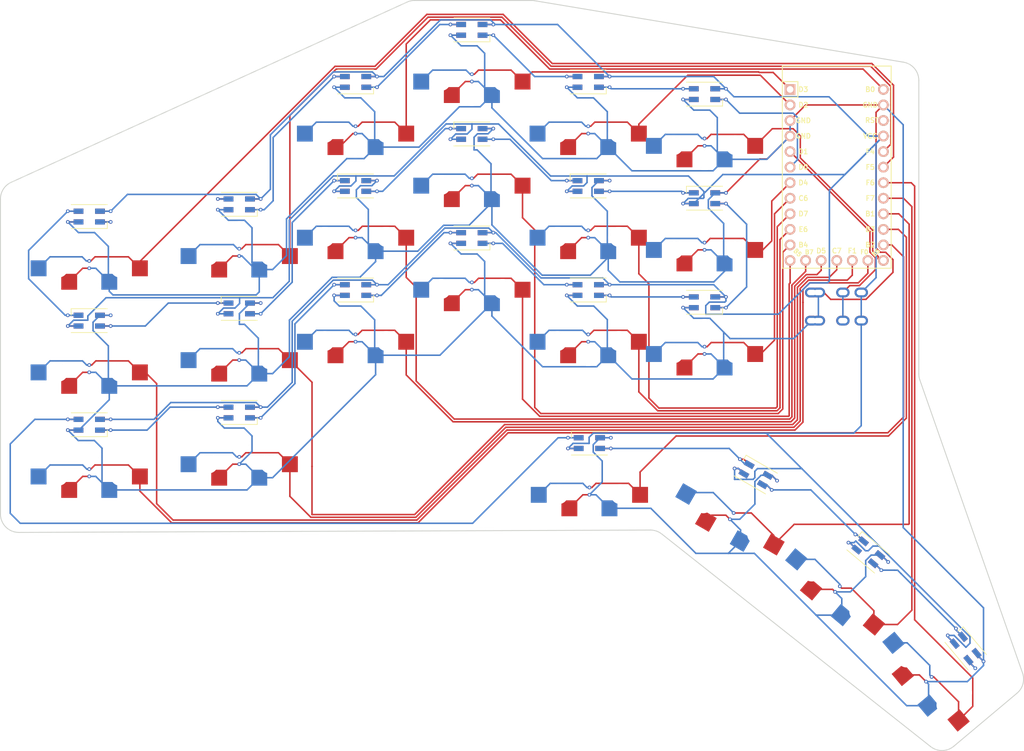
<source format=kicad_pcb>
(kicad_pcb (version 20211014) (generator pcbnew)
  (title_block (title "main") (rev "v1.0.0") (company "Unknown"))
  (layers (0 "F.Cu" signal) (31 "B.Cu" signal) (34 "B.Paste" user) (35 "F.Paste" user) (36 "B.SilkS" user "B.Silkscreen") (37 "F.SilkS" user "F.Silkscreen") (38 "B.Mask" user) (39 "F.Mask" user) (44 "Edge.Cuts" user))
  (net 0 "")
  (net 1 "GND")
  (net 2 "B2")
  (net 3 "VCC")
  (net 4 "D0")
  (net 5 "F0")
  (net 6 "B0")
  (net 7 "F1")
  (net 8 "C7")
  (net 9 "F4")
  (net 10 "D5")
  (net 11 "B7")
  (net 12 "F5")
  (net 13 "B5")
  (net 14 "B4")
  (net 15 "D3")
  (net 16 "E6")
  (net 17 "D7")
  (net 18 "D2")
  (net 19 "C6")
  (net 20 "D4")
  (net 21 "D1")
  (net 22 "B3")
  (net 23 "B1")
  (net 24 "F7")
  (net 25 "F6")
  (net 26 "RST")
  (net 27 "B6")
  (footprint "SK6812-Mini-3535" (layer "F.Cu") (at 43.5 -43.7 180)
    (fp_text reference "_24" hide)
    (fp_text value "" hide)
  )
  (footprint "PG1350" (layer "F.Cu") (at 62.5 -30.5 180)
    (fp_text reference "S10" hide)
    (fp_text value "" hide)
  )
  (footprint "PG1350" (layer "F.Cu") (at 106.530127 7.509619 150)
    (fp_text reference "S20" hide)
    (fp_text value "" hide)
  )
  (footprint "VIA-0.6mm" (layer "F.Cu") (at 81.5 -36.45)
    (fp_text reference "REF**" hide)
    (fp_text value "")
  )
  (footprint "VIA-0.6mm" (layer "F.Cu") (at 100.5 -51.45)
    (fp_text reference "REF**" hide)
    (fp_text value "")
  )
  (footprint "SK6812-Mini-3535" (layer "F.Cu") (at 24.5 -6.7)
    (fp_text reference "_12" hide)
    (fp_text value "" hide)
  )
  (footprint "VIA-0.6mm" (layer "F.Cu") (at 100.5 -33.26)
    (fp_text reference "REF**" hide)
    (fp_text value "VIA-0.6mm" hide)
  )
  (footprint "VIA-0.6mm" (layer "F.Cu") (at 81.5 -18.26)
    (fp_text reference "REF**" hide)
    (fp_text value "VIA-0.6mm" hide)
  )
  (footprint "SK6812-Mini-3535" (layer "F.Cu") (at 24.5 -40.7)
    (fp_text reference "_18" hide)
    (fp_text value "" hide)
  )
  (footprint "SK6812-Mini-3535" (layer "F.Cu") (at 100.5 -58.7)
    (fp_text reference "_54" hide)
    (fp_text value "" hide)
  )
  (footprint "VIA-0.6mm" (layer "F.Cu") (at 43.5 -35.26)
    (fp_text reference "REF**" hide)
    (fp_text value "VIA-0.6mm" hide)
  )
  (footprint "VIA-0.6mm" (layer "F.Cu") (at 81.7 5.55)
    (fp_text reference "REF**" hide)
    (fp_text value "VIA-0.6mm" hide)
  )
  (footprint "VIA-0.6mm" (layer "F.Cu") (at 0 -31.45)
    (fp_text reference "REF**" hide)
    (fp_text value "VIA-0.6mm" hide)
  )
  (footprint "PG1350" (layer "F.Cu") (at 0 0 180)
    (fp_text reference "S1" hide)
    (fp_text value "" hide)
  )
  (footprint "VIA-0.6mm" (layer "F.Cu") (at 24.5 -15.26)
    (fp_text reference "REF**" hide)
    (fp_text value "VIA-0.6mm" hide)
  )
  (footprint "PG1350" (layer "F.Cu") (at 62.5 -64.5 180)
    (fp_text reference "S12" hide)
    (fp_text value "" hide)
  )
  (footprint "TRRS-PJ-320A-dual" (layer "F.Cu") (at 129.3 -21.7 -90)
    (fp_text reference "TRRS1" hide)
    (fp_text value "TRRS-PJ-320A-dual")
  )
  (footprint "VIA-0.6mm" (layer "F.Cu") (at 62.5 -60.76)
    (fp_text reference "REF**" hide)
    (fp_text value "VIA-0.6mm" hide)
  )
  (footprint "PG1350" (layer "F.Cu") (at 0 -34 180)
    (fp_text reference "S3" hide)
    (fp_text value "" hide)
  )
  (footprint "SK6812-Mini-3535" (layer "F.Cu") (at 81.5 -26.7)
    (fp_text reference "_39" hide)
    (fp_text value "" hide)
  )
  (footprint "SK6812-Mini-3535" (layer "F.Cu") (at 108.880127 3.439299 150)
    (fp_text reference "_60" hide)
    (fp_text value "" hide)
  )
  (footprint "VIA-0.6mm" (layer "F.Cu") (at 104.660127 10.748554 -30)
    (fp_text reference "REF**" hide)
    (fp_text value "VIA-0.6mm" hide)
  )
  (footprint "VIA-0.6mm" (layer "F.Cu") (at 62.5 -43.76)
    (fp_text reference "REF**" hide)
    (fp_text value "VIA-0.6mm" hide)
  )
  (footprint "VIA-0.6mm" (layer "F.Cu") (at 0 -13.26)
    (fp_text reference "REF**" hide)
    (fp_text value "VIA-0.6mm" hide)
  )
  (footprint "PG1350" (layer "F.Cu") (at 100.5 -54 180)
    (fp_text reference "S18" hide)
    (fp_text value "" hide)
  )
  (footprint "VIA-0.6mm" (layer "F.Cu") (at 136.685452 37.258301 -50)
    (fp_text reference "REF**" hide)
    (fp_text value "VIA-0.6mm" hide)
  )
  (footprint "VIA-0.6mm" (layer "F.Cu") (at 100.5 -34.45)
    (fp_text reference "REF**" hide)
    (fp_text value "VIA-0.6mm" hide)
  )
  (footprint "VIA-0.6mm" (layer "F.Cu") (at 24.5 1.74)
    (fp_text reference "REF**" hide)
    (fp_text value "VIA-0.6mm" hide)
  )
  (footprint "VIA-0.6mm" (layer "F.Cu") (at 81.5 -53.45)
    (fp_text reference "REF**" hide)
    (fp_text value "VIA-0.6mm" hide)
  )
  (footprint "VIA-0.6mm" (layer "F.Cu") (at 62.5 -44.95)
    (fp_text reference "REF**" hide)
    (fp_text value "VIA-0.6mm" hide)
  )
  (footprint "Elite-C" (layer "F.Cu") (at 122.1 -45.5 -90)
    (fp_text reference "MCU1" hide)
    (fp_text value "" hide)
  )
  (footprint "VIA-0.6mm" (layer "F.Cu") (at 105.255127 9.717984 -30)
    (fp_text reference "REF**" hide)
    (fp_text value "VIA-0.6mm" hide)
  )
  (footprint "VIA-0.6mm" (layer "F.Cu") (at 81.5 -19.45)
    (fp_text reference "REF**" hide)
    (fp_text value "VIA-0.6mm" hide)
  )
  (footprint "VIA-0.6mm" (layer "F.Cu") (at 62.5 -61.95)
    (fp_text reference "REF**" hide)
    (fp_text value "VIA-0.6mm" hide)
  )
  (footprint "VIA-0.6mm" (layer "F.Cu") (at 0 2.55)
    (fp_text reference "REF**" hide)
    (fp_text value "VIA-0.6mm" hide)
  )
  (footprint "PG1350" (layer "F.Cu") (at 0 -17 180)
    (fp_text reference "S2" hide)
    (fp_text value "" hide)
  )
  (footprint "PG1350" (layer "F.Cu") (at 81.5 -22 180)
    (fp_text reference "S13" hide)
    (fp_text value "" hide)
  )
  (footprint "VIA-0.6mm" (layer "F.Cu") (at 137.597045 36.493384 -50)
    (fp_text reference "REF**" hide)
    (fp_text value "VIA-0.6mm" hide)
  )
  (footprint "PG1350" (layer "F.Cu") (at 24.5 -19 180)
    (fp_text reference "S5" hide)
    (fp_text value "" hide)
  )
  (footprint "PG1350" (layer "F.Cu") (at 24.5 -36 180)
    (fp_text reference "S6" hide)
    (fp_text value "" hide)
  )
  (footprint "VIA-0.6mm" (layer "F.Cu") (at 43.5 -18.26)
    (fp_text reference "REF**" hide)
    (fp_text value "VIA-0.6mm" hide)
  )
  (footprint "PG1350" (layer "F.Cu") (at 43.5 -22 180)
    (fp_text reference "S7" hide)
    (fp_text value "" hide)
  )
  (footprint "VIA-0.6mm" (layer "F.Cu") (at 81.5 -35.26)
    (fp_text reference "REF**" hide)
    (fp_text value "VIA-0.6mm" hide)
  )
  (footprint "PG1350" (layer "F.Cu") (at 124.236466 19.737495 140)
    (fp_text reference "S21" hide)
    (fp_text value "" hide)
  )
  (footprint "VIA-0.6mm" (layer "F.Cu") (at 0 -30.26)
    (fp_text reference "REF**" hide)
    (fp_text value "VIA-0.6mm" hide)
  )
  (footprint "VIA-0.6mm" (layer "F.Cu") (at 0 3.74)
    (fp_text reference "REF**" hide)
    (fp_text value "VIA-0.6mm" hide)
  )
  (footprint "SK6812-Mini-3535" (layer "F.Cu") (at 62.5 -52.2 180)
    (fp_text reference "_33" hide)
    (fp_text value "" hide)
  )
  (footprint "VIA-0.6mm" (layer "F.Cu") (at 43.5 -53.45)
    (fp_text reference "REF**" hide)
    (fp_text value "VIA-0.6mm" hide)
  )
  (footprint "VIA-0.6mm" (layer "F.Cu") (at 43.5 -52.26)
    (fp_text reference "REF**" hide)
    (fp_text value "VIA-0.6mm" hide)
  )
  (footprint "VIA-0.6mm" (layer "F.Cu") (at 62.5 -26.76)
    (fp_text reference "REF**" hide)
    (fp_text value "VIA-0.6mm" hide)
  )
  (footprint "VIA-0.6mm" (layer "F.Cu") (at 24.5 -16.45)
    (fp_text reference "REF**" hide)
    (fp_text value "VIA-0.6mm" hide)
  )
  (footprint "SK6812-Mini-3535" (layer "F.Cu") (at 62.5 -35.2)
    (fp_text reference "_30" hide)
    (fp_text value "" hide)
  )
  (footprint "SK6812-Mini-3535" (layer "F.Cu") (at 81.7 -1.7 180)
    (fp_text reference "_57" hide)
    (fp_text value "" hide)
  )
  (footprint "VIA-0.6mm" (layer "F.Cu") (at 24.5 0.55)
    (fp_text reference "REF**" hide)
    (fp_text value "VIA-0.6mm" hide)
  )
  (footprint "VIA-0.6mm" (layer "F.Cu") (at 24.5 -32.26)
    (fp_text reference "REF**" hide)
    (fp_text value "VIA-0.6mm" hide)
  )
  (footprint "VIA-0.6mm" (layer "F.Cu") (at 62.5 -27.95)
    (fp_text reference "REF**" hide)
    (fp_text value "VIA-0.6mm" hide)
  )
  (footprint "VIA-0.6mm" (layer "F.Cu") (at 24.5 -33.45)
    (fp_text reference "REF**" hide)
    (fp_text value "VIA-0.6mm" hide)
  )
  (footprint "PG1350" (layer "F.Cu") (at 100.5 -20 180)
    (fp_text reference "S16" hide)
    (fp_text value "" hide)
  )
  (footprint "SK6812-Mini-3535" (layer "F.Cu") (at 81.5 -43.7 180)
    (fp_text reference "_42" hide)
    (fp_text value "" hide)
  )
  (footprint "VIA-0.6mm" (layer "F.Cu") (at 121.83244 22.602501 -40)
    (fp_text reference "REF**" hide)
    (fp_text value "VIA-0.6mm" hide)
  )
  (footprint "VIA-0.6mm" (layer "F.Cu") (at 100.5 -50.26)
    (fp_text reference "REF**" hide)
    (fp_text value "VIA-0.6mm" hide)
  )
  (footprint "SK6812-Mini-3535" (layer "F.Cu") (at 100.5 -24.7)
    (fp_text reference "_48" hide)
    (fp_text value "" hide)
  )
  (footprint "SK6812-Mini-3535" (layer "F.Cu") (at 127.257568 16.137086 140)
    (fp_text reference "_63" hide)
    (fp_text value "" hide)
  )
  (footprint "PG1350" (layer "F.Cu") (at 139.550458 34.854276 130)
    (fp_text reference "S22" hide)
    (fp_text value "" hide)
  )
  (footprint "SK6812-Mini-3535" (layer "F.Cu") (at 43.5 -26.7)
    (fp_text reference "_21" hide)
    (fp_text value "" hide)
  )
  (footprint "PG1350" (layer "F.Cu") (at 100.5 -37 180)
    (fp_text reference "S17" hide)
    (fp_text value "" hide)
  )
  (footprint "VIA-0.6mm" (layer "F.Cu") (at 100.5 -16.26)
    (fp_text reference "REF**" hide)
    (fp_text value "VIA-0.6mm" hide)
  )
  (footprint "PG1350" (layer "F.Cu") (at 62.5 -47.5 180)
    (fp_text reference "S11" hide)
    (fp_text value "" hide)
  )
  (footprint "PG1350" (layer "F.Cu") (at 81.5 -39 180)
    (fp_text reference "S14" hide)
    (fp_text value "" hide)
  )
  (footprint "VIA-0.6mm" (layer "F.Cu") (at 100.5 -17.45)
    (fp_text reference "REF**" hide)
    (fp_text value "VIA-0.6mm" hide)
  )
  (footprint "VIA-0.6mm" (layer "F.Cu") (at 122.597358 21.690908 -40)
    (fp_text reference "REF**" hide)
    (fp_text value "VIA-0.6mm" hide)
  )
  (footprint "SK6812-Mini-3535" (layer "F.Cu") (at 0 -21.7 180)
    (fp_text reference "_6" hide)
    (fp_text value "" hide)
  )
  (footprint "PG1350" (layer "F.Cu") (at 43.5 -39 180)
    (fp_text reference "S8" hide)
    (fp_text value "" hide)
  )
  (footprint "PG1350" (layer "F.Cu") (at 81.7 3 180)
    (fp_text reference "S19" hide)
    (fp_text value "" hide)
  )
  (footprint "VIA-0.6mm" (layer "F.Cu") (at 81.5 -52.26)
    (fp_text reference "REF**" hide)
    (fp_text value "VIA-0.6mm" hide)
  )
  (footprint "SK6812-Mini-3535" (layer "F.Cu") (at 43.5 -60.7)
    (fp_text reference "_27" hide)
    (fp_text value "" hide)
  )
  (footprint "SK6812-Mini-3535" (layer "F.Cu") (at 100.5 -41.7 180)
    (fp_text reference "_51" hide)
    (fp_text value "" hide)
  )
  (footprint "VIA-0.6mm" (layer "F.Cu") (at 43.5 -36.45)
    (fp_text reference "REF**" hide)
    (fp_text value "VIA-0.6mm" hide)
  )
  (footprint "PG1350" (layer "F.Cu") (at 24.5 -2 180)
    (fp_text reference "S4" hide)
    (fp_text value "" hide)
  )
  (footprint "PG1350" (layer "F.Cu") (at 43.5 -56 180)
    (fp_text reference "S9" hide)
    (fp_text value "" hide)
  )
  (footprint "PG1350" (layer "F.Cu") (at 81.5 -56 180)
    (fp_text reference "S15" hide)
    (fp_text value "" hide)
  )
  (footprint "SK6812-Mini-3535" (layer "F.Cu") (at 81.5 -60.7)
    (fp_text reference "_45" hide)
    (fp_text value "" hide)
  )
  (footprint "SK6812-Mini-3535" (layer "F.Cu") (at 143.150867 31.833174 130)
    (fp_text reference "_66" hide)
    (fp_text value "" hide)
  )
  (footprint "SK6812-Mini-3535" (layer "F.Cu") (at 0 -38.7)
    (fp_text reference "_9" hide)
    (fp_text value "" hide)
  )
  (footprint "VIA-0.6mm" (layer "F.Cu") (at 43.5 -19.45)
    (fp_text reference "REF**" hide)
    (fp_text value "VIA-0.6mm" hide)
  )
  (footprint "SK6812-Mini-3535" (layer "F.Cu") (at 62.5 -69.2)
    (fp_text reference "_36" hide)
    (fp_text value "" hide)
  )
  (footprint "SK6812-Mini-3535" (layer "F.Cu") (at 24.5 -23.7 180)
    (fp_text reference "_15" hide)
    (fp_text value "" hide)
  )
  (footprint "VIA-0.6mm" (layer "F.Cu") (at 0 -14.45)
    (fp_text reference "REF**" hide)
    (fp_text value "VIA-0.6mm" hide)
  )
  (footprint "VIA-0.6mm" (layer "F.Cu") (at 81.7 6.74)
    (fp_text reference "REF**" hide)
    (fp_text value "VIA-0.6mm" hide)
  )
  (footprint "SK6812-Mini-3535" (layer "F.Cu") (at 0 -4.7)
    (fp_text reference "_3" hide)
    (fp_text value "" hide)
  )
  (gr_line (start 137.42668 47.87121) (end 93.522931 13.150799) (layer "Edge.Cuts") (width 0.15))
  (gr_arc (start 72.251712 -74) (mid 72.499154 -73.989778) (end 72.744909 -73.959182) (layer "Edge.Cuts") (width 0.15))
  (gr_line (start 91.650839 12.503915) (end -11.488806 12.888764) (layer "Edge.Cuts") (width 0.15))
  (gr_arc (start -14.5 -41.569453) (mid -14.022779 -43.192901) (end -12.742944 -44.299854) (layer "Edge.Cuts") (width 0.15))
  (gr_arc (start 51.907766 -73.730401) (mid 52.514787 -73.931826) (end 53.15071 -74) (layer "Edge.Cuts") (width 0.15))
  (gr_line (start -14.5 9.888785) (end -14.5 -41.569453) (layer "Edge.Cuts") (width 0.15))
  (gr_line (start 151.54381 39.150139) (end 141.215942 47.816249) (layer "Edge.Cuts") (width 0.15))
  (gr_line (start 53.15071 -74) (end 72.251712 -74) (layer "Edge.Cuts") (width 0.15))
  (gr_arc (start 152.446644 35.859875) (mid 152.50851 37.64585) (end 151.54381 39.150139) (layer "Edge.Cuts") (width 0.15))
  (gr_arc (start -11.488806 12.888764) (mid -13.617359 12.014059) (end -14.5 9.888785) (layer "Edge.Cuts") (width 0.15))
  (gr_arc (start 91.650838 12.503915) (mid 92.641811 12.668399) (end 93.522931 13.150799) (layer "Edge.Cuts") (width 0.15))
  (gr_line (start 72.744909 -73.959182) (end 132.993197 -63.9178) (layer "Edge.Cuts") (width 0.15))
  (gr_arc (start 132.993197 -63.917801) (mid 134.78906 -62.897744) (end 135.5 -60.958619) (layer "Edge.Cuts") (width 0.15))
  (gr_line (start 135.668803 -12.018295) (end 152.446644 35.859875) (layer "Edge.Cuts") (width 0.15))
  (gr_arc (start 135.668803 -12.018295) (mid 135.542502 -12.507231) (end 135.5 -13.010425) (layer "Edge.Cuts") (width 0.15))
  (gr_line (start 135.5 -60.958619) (end 135.5 -13.010425) (layer "Edge.Cuts") (width 0.15))
  (gr_arc (start 141.215942 47.816249) (mid 139.331088 48.5178) (end 137.42668 47.87121) (layer "Edge.Cuts") (width 0.15))
  (gr_line (start -12.742944 -44.299854) (end 51.907767 -73.730401) (layer "Edge.Cuts") (width 0.15))
  (segment (start 42.435 -18.26) (end 43.5 -18.26) (width 0.25) (layer "F.Cu") (net 1))
  (segment (start 119.1 -26.3) (end 119.990314 -26.3) (width 0.25) (layer "F.Cu") (net 1))
  (segment (start 79.75 -59.825) (end 78 -59.825) (width 0.25) (layer "F.Cu") (net 1))
  (segment (start 144.946034 32.827011) (end 146.070913 33.95189) (width 0.25) (layer "F.Cu") (net 1))
  (segment (start -3.275 -28.05) (end -1.065 -30.26) (width 0.25) (layer "F.Cu") (net 1))
  (segment (start 132.887364 36.170067) (end 135.597218 36.170067) (width 0.25) (layer "F.Cu") (net 1))
  (segment (start 102.25 -42.575) (end 104 -42.575) (width 0.25) (layer "F.Cu") (net 1))
  (segment (start 97.225 -48.05) (end 99.435 -50.26) (width 0.25) (layer "F.Cu") (net 1))
  (segment (start 22.75 -39.825) (end 21 -39.825) (width 0.25) (layer "F.Cu") (net 1))
  (segment (start 21.225 -13.05) (end 23.435 -15.26) (width 0.25) (layer "F.Cu") (net 1))
  (segment (start 119.990314 -26.3) (end 121.114834 -25.17548) (width 0.25) (layer "F.Cu") (net 1))
  (segment (start 40.225 -50.05) (end 40.849026 -50.05) (width 0.25) (layer "F.Cu") (net 1))
  (segment (start 128.519189 -33.572607) (end 128.519189 -55.729189) (width 0.25) (layer "F.Cu") (net 1))
  (segment (start 61.435 -26.76) (end 62.5 -26.76) (width 0.25) (layer "F.Cu") (net 1))
  (segment (start 100.718894 11.02497) (end 101.67056 10.073304) (width 0.25) (layer "F.Cu") (net 1))
  (segment (start 97.225 -31.05) (end 99.435 -33.26) (width 0.25) (layer "F.Cu") (net 1))
  (segment (start 78.225 -50.05) (end 80.435 -52.26) (width 0.25) (layer "F.Cu") (net 1))
  (segment (start -1.065 -30.26) (end 0 -30.26) (width 0.25) (layer "F.Cu") (net 1))
  (segment (start 129.376284 16.591675) (end 130.501163 17.716554) (width 0.25) (layer "F.Cu") (net 1))
  (segment (start 45.25 -44.575) (end 47 -44.575) (width 0.25) (layer "F.Cu") (net 1))
  (segment (start 40.225 -16.05) (end 42.435 -18.26) (width 0.25) (layer "F.Cu") (net 1))
  (segment (start 99.435 -50.26) (end 100.5 -50.26) (width 0.25) (layer "F.Cu") (net 1))
  (segment (start 97.225 -14.05) (end 99.435 -16.26) (width 0.25) (layer "F.Cu") (net 1))
  (segment (start 21.225 3.95) (end 23.435 1.74) (width 0.25) (layer "F.Cu") (net 1))
  (segment (start 130.079015 -32.869189) (end 129.222607 -32.869189) (width 0.25) (layer "F.Cu") (net 1))
  (segment (start 40.225 -33.05) (end 42.435 -35.26) (width 0.25) (layer "F.Cu") (net 1))
  (segment (start 61.435 -60.76) (end 62.5 -60.76) (width 0.25) (layer "F.Cu") (net 1))
  (segment (start 131.28 -31.668204) (end 130.079015 -32.869189) (width 0.25) (layer "F.Cu") (net 1))
  (segment (start 80.635 6.74) (end 81.7 6.74) (width 0.25) (layer "F.Cu") (net 1))
  (segment (start 78.225 -33.05) (end 80.435 -35.26) (width 0.25) (layer "F.Cu") (net 1))
  (segment (start 110.739189 -48.109189) (end 114.48 -51.85) (width 0.25) (layer "F.Cu") (net 1))
  (segment (start 80.435 -18.26) (end 81.5 -18.26) (width 0.25) (layer "F.Cu") (net 1))
  (segment (start 104 -42.575) (end 109.534189 -48.109189) (width 0.25) (layer "F.Cu") (net 1))
  (segment (start 99.435 -33.26) (end 100.5 -33.26) (width 0.25) (layer "F.Cu") (net 1))
  (segment (start 83.45 -2.575) (end 85.2 -2.575) (width 0.25) (layer "F.Cu") (net 1))
  (segment (start 41.75 -59.825) (end 40 -59.825) (width 0.25) (layer "F.Cu") (net 1))
  (segment (start -3.275 -11.05) (end -1.065 -13.26) (width 0.25) (layer "F.Cu") (net 1))
  (segment (start 61.435 -43.76) (end 62.5 -43.76) (width 0.25) (layer "F.Cu") (net 1))
  (segment (start -1.065 3.74) (end 0 3.74) (width 0.25) (layer "F.Cu") (net 1))
  (segment (start 114.48 -54.39) (end 117.02 -56.93) (width 0.25) (layer "F.Cu") (net 1))
  (segment (start 60.75 -68.325) (end 59 -68.325) (width 0.25) (layer "F.Cu") (net 1))
  (segment (start 59.225 -41.55) (end 61.435 -43.76) (width 0.25) (layer "F.Cu") (net 1))
  (segment (start 144.946034 32.611313) (end 144.946034 32.827011) (width 0.25) (layer "F.Cu") (net 1))
  (segment (start 109.534189 -48.109189) (end 110.739189 -48.109189) (width 0.25) (layer "F.Cu") (net 1))
  (segment (start 23.435 -32.26) (end 24.5 -32.26) (width 0.25) (layer "F.Cu") (net 1))
  (segment (start 26.25 -24.575) (end 28 -24.575) (width 0.25) (layer "F.Cu") (net 1))
  (segment (start 64.25 -53.075) (end 66 -53.075) (width 0.25) (layer "F.Cu") (net 1))
  (segment (start 21.225 -30.05) (end 23.435 -32.26) (width 0.25) (layer "F.Cu") (net 1))
  (segment (start 21 -5.825) (end 22.75 -5.825) (width 0.25) (layer "F.Cu") (net 1))
  (segment (start 40.849026 -50.05) (end 43.059026 -52.26) (width 0.25) (layer "F.Cu") (net 1))
  (segment (start 23.435 1.74) (end 24.5 1.74) (width 0.25) (layer "F.Cu") (net 1))
  (segment (start -3.5 -3.825) (end -1.75 -3.825) (width 0.25) (layer "F.Cu") (net 1))
  (segment (start 121.114834 -25.17548) (end 126.865791 -25.17548) (width 0.25) (layer "F.Cu") (net 1))
  (segment (start 121.420269 22.19033) (end 121.83244 22.602501) (width 0.25) (layer "F.Cu") (net 1))
  (segment (start 60.75 -34.325) (end 59 -34.325) (width 0.25) (layer "F.Cu") (net 1))
  (segment (start -1.065 -13.26) (end 0 -13.26) (width 0.25) (layer "F.Cu") (net 1))
  (segment (start 83.25 -44.575) (end 85 -44.575) (width 0.25) (layer "F.Cu") (net 1))
  (segment (start 126.865791 -25.17548) (end 131.28 -29.589689) (width 0.25) (layer "F.Cu") (net 1))
  (segment (start 80.435 -52.26) (end 81.5 -52.26) (width 0.25) (layer "F.Cu") (net 1))
  (segment (start 103.984877 10.073304) (end 104.660127 10.748554) (width 0.25) (layer "F.Cu") (net 1))
  (segment (start 59.225 -58.55) (end 61.435 -60.76) (width 0.25) (layer "F.Cu") (net 1))
  (segment (start 40 -25.825) (end 41.75 -25.825) (width 0.25) (layer "F.Cu") (net 1))
  (segment (start 110.833171 3.556527) (end 111.473716 3.556527) (width 0.25) (layer "F.Cu") (net 1))
  (segment (start 80.435 -35.26) (end 81.5 -35.26) (width 0.25) (layer "F.Cu") (net 1))
  (segment (start 98.75 -57.825) (end 97 -57.825) (width 0.25) (layer "F.Cu") (net 1))
  (segment (start 78.425 8.95) (end 80.635 6.74) (width 0.25) (layer "F.Cu") (net 1))
  (segment (start 59.225 -24.55) (end 61.435 -26.76) (width 0.25) (layer "F.Cu") (net 1))
  (segment (start 111.473716 3.556527) (end 112.348716 4.431527) (width 0.25) (layer "F.Cu") (net 1))
  (segment (start 79.75 -25.825) (end 78 -25.825) (width 0.25) (layer "F.Cu") (net 1))
  (segment (start 117.903084 22.19033) (end 121.420269 22.19033) (width 0.25) (layer "F.Cu") (net 1))
  (segment (start 129.160585 16.591675) (end 129.376284 16.591675) (width 0.25) (layer "F.Cu") (net 1))
  (segment (start 43.059026 -52.26) (end 43.5 -52.26) (width 0.25) (layer "F.Cu") (net 1))
  (segment (start -1.75 -37.825) (end -3.5 -37.825) (width 0.25) (layer "F.Cu") (net 1))
  (segment (start 23.435 -15.26) (end 24.5 -15.26) (width 0.25) (layer "F.Cu") (net 1))
  (segment (start -3.275 5.95) (end -1.065 3.74) (width 0.25) (layer "F.Cu") (net 1))
  (segment (start 78.225 -16.05) (end 80.435 -18.26) (width 0.25) (layer "F.Cu") (net 1))
  (segment (start 42.435 -35.26) (end 43.5 -35.26) (width 0.25) (layer "F.Cu") (net 1))
  (segment (start 129.222607 -32.869189) (end 128.519189 -33.572607) (width 0.25) (layer "F.Cu") (net 1))
  (segment (start 1.75 -22.575) (end 3.5 -22.575) (width 0.25) (layer "F.Cu") (net 1))
  (segment (start 135.597218 36.170067) (end 136.685452 37.258301) (width 0.25) (layer "F.Cu") (net 1))
  (segment (start 117.02 -56.93) (end 129.72 -56.93) (width 0.25) (layer "F.Cu") (net 1))
  (segment (start 128.519189 -55.729189) (end 129.72 -56.93) (width 0.25) (layer "F.Cu") (net 1))
  (segment (start 98.75 -23.825) (end 97 -23.825) (width 0.25) (layer "F.Cu") (net 1))
  (segment (start 131.28 -29.589689) (end 131.28 -31.668204) (width 0.25) (layer "F.Cu") (net 1))
  (segment (start 101.67056 10.073304) (end 103.984877 10.073304) (width 0.25) (layer "F.Cu") (net 1))
  (segment (start 99.435 -16.26) (end 100.5 -16.26) (width 0.25) (layer "F.Cu") (net 1))
  (segment (start 88.649521 -12.175479) (end 101.900479 -12.175479) (width 0.25) (layer "B.Cu") (net 1))
  (segment (start 84.775 -29.91952) (end 86.67 -28.02452) (width 0.25) (layer "B.Cu") (net 1))
  (segment (start 103.775 -29.775) (end 103.775 -31.05) (width 0.25) (layer "B.Cu") (net 1))
  (segment (start 97 -57.825) (end 98.75 -57.825) (width 0.25) (layer "B.Cu") (net 1))
  (segment (start 44.565 -52.26) (end 43.5 -52.26) (width 0.25) (layer "B.Cu") (net 1))
  (segment (start 78 -25.825) (end 79.75 -25.825) (width 0.25) (layer "B.Cu") (net 1))
  (segment (start 40.84 -24.09) (end 40 -24.93) (width 0.25) (layer "B.Cu") (net 1))
  (segment (start 74.050499 -48.175479) (end 82.900479 -48.175479) (width 0.25) (layer "B.Cu") (net 1))
  (segment (start 44.31 -43.75) (end 46.175 -43.75) (width 0.25) (layer "B.Cu") (net 1))
  (segment (start 3.275 -11.05) (end 3.125479 -11.199521) (width 0.25) (layer "B.Cu") (net 1))
  (segment (start 46.625479 -50.199521) (end 46.625479 -55.828844) (width 0.25) (layer "B.Cu") (net 1))
  (segment (start -1.795 -2.12) (end -3.5 -3.825) (width 0.25) (layer "B.Cu") (net 1))
  (segment (start 126.825167 17.484833) (end 127.718325 16.591675) (width 0.25) (layer "B.Cu") (net 1))
  (segment (start 101.565 -33.26) (end 100.5 -33.26) (width 0.25) (layer "B.Cu") (net 1))
  (segment (start 59 -68.325) (end 60.75 -68.325) (width 0.25) (layer "B.Cu") (net 1))
  (segment (start 24.53 -22.855) (end 26.25 -24.575) (width 0.25) (layer "B.Cu") (net 1))
  (segment (start 21 -5.23) (end 21 -5.825) (width 0.25) (layer "B.Cu") (net 1))
  (segment (start 101.565 -50.26) (end 100.5 -50.26) (width 0.25) (layer "B.Cu") (net 1))
  (segment (start 84.625479 -39.575499) (end 82.12 -42.080978) (width 0.25) (layer "B.Cu") (net 1))
  (segment (start -1.75 -3.825) (end -3.5 -3.825) (width 0.25) (layer "B.Cu") (net 1))
  (segment (start 3.275 5.95) (end 25.775 5.95) (width 0.25) (layer "B.Cu") (net 1))
  (segment (start 27.775 -30.05) (end 27.150974 -30.05) (width 0.25) (layer "B.Cu") (net 1))
  (segment (start 65.775 -22.450978) (end 74.050499 -14.175479) (width 0.25) (layer "B.Cu") (net 1))
  (segment (start 25.775 -11.05) (end 27.775 -13.05) (width 0.25) (layer "B.Cu") (net 1))
  (segment (start 27.26952 -25.89952) (end 27.775 -26.405) (width 0.25) (layer "B.Cu") (net 1))
  (segment (start 2.089021 -0.865302) (end 0.834323 -2.12) (width 0.25) (layer "B.Cu") (net 1))
  (segment (start 62.86 -51.66) (end 63.42 -52.22) (width 0.25) (layer "B.Cu") (net 1))
  (segment (start 60.735979 -66.589021) (end 59 -68.325) (width 0.25) (layer "B.Cu") (net 1))
  (segment (start 25.354323 -21.1) (end 24.53 -21.1) (width 0.25) (layer "B.Cu") (net 1))
  (segment (start 26.589021 -0.349021) (end 26.589021 -2.865302) (width 0.25) (layer "B.Cu") (net 1))
  (segment (start 27.625479 -13.199521) (end 27.625479 -18.828844) (width 0.25) (layer "B.Cu") (net 1))
  (segment (start 65.775 -41.009031) (end 65.775 -41.55) (width 0.25) (layer "B.Cu") (net 1))
  (segment (start 65.775 -41.55) (end 65.625479 -41.699521) (width 0.25) (layer "B.Cu") (net 1))
  (segment (start 115.074579 -18.774579) (end 118 -21.7) (width 0.25) (layer "B.Cu") (net 1))
  (segment (start 103.625479 -19.828844) (end 101.365302 -22.089021) (width 0.25) (layer "B.Cu") (net 1))
  (segment (start 64.25 -53.075) (end 66 -53.075) (width 0.25) (layer "B.Cu") (net 1))
  (segment (start 103.775 -14.05) (end 103.625479 -14.199521) (width 0.25) (layer "B.Cu") (net 1))
  (segment (start 82.12 -42.080978) (end 82.12 -43.445) (width 0.25) (layer "B.Cu") (net 1))
  (segment (start 84.775 -50.05) (end 84.625479 -50.199521) (width 0.25) (layer "B.Cu") (net 1))
  (segment (start 1.065 3.74) (end 0 3.74) (width 0.25) (layer "B.Cu") (net 1))
  (segment (start 3.87548 -25.89952) (end 27.26952 -25.89952) (width 0.25) (layer "B.Cu") (net 1))
  (segment (start -1.75 -37.825) (end -3.5 -37.825) (width 0.25) (layer "B.Cu") (net 1))
  (segment (start 32.225121 -32.324147) (end 32.225121 -38.319031) (width 0.25) (layer "B.Cu") (net 1))
  (segment (start 84.775 -50.05) (end 88.649521 -46.175479) (width 0.25) (layer "B.Cu") (net 1))
  (segment (start 133.517658 41.187658) (end 137.097623 41.187658) (width 0.25) (layer "B.Cu") (net 1))
  (segment (start 106.245515 10.748554) (end 108.728331 8.265738) (width 0.25) (layer "B.Cu") (net 1))
  (segment (start 129.160585 16.591675) (end 129.376284 16.591675) (width 0.25) (layer "B.Cu") (net 1))
  (segment (start 3.125479 -11.199521) (end 3.125479 -17.575499) (width 0.25) (layer "B.Cu") (net 1))
  (segment (start 44.565 -18.26) (end 43.5 -18.26) (width 0.25) (layer "B.Cu") (net 1))
  (segment (start 26.589021 -36.865302) (end 25.365302 -38.089021) (width 0.25) (layer "B.Cu") (net 1))
  (segment (start 64.589021 -31.365302) (end 63.365302 -32.589021) (width 0.25) (layer "B.Cu") (net 1))
  (segment (start -1.75 -3.825) (end -1.685 -3.825) (width 0.25) (layer "B.Cu") (net 1))
  (segment (start 27.775 -13.05) (end 25.565 -15.26) (width 0.25) (layer "B.Cu") (net 1))
  (segment (start 3.275 -11.05) (end 1.065 -13.26) (width 0.25) (layer "B.Cu") (net 1))
  (segment (start 46.175 -43.75) (end 47 -44.575) (width 0.25) (layer "B.Cu") (net 1))
  (segment (start 146.070913 34.619384) (end 146.070913 33.95189) (width 0.25) (layer "B.Cu") (net 1))
  (segment (start 25.365302 -38.089021) (end 22.735979 -38.089021) (width 0.25) (layer "B.Cu") (net 1))
  (segment (start 132.95 -53.7) (end 132.95 12.09) (width 0.25) (layer "B.Cu") (net 1))
  (segment (start 104.660127 10.748554) (end 106.245515 10.748554) (width 0.25) (layer "B.Cu") (net 1))
  (segment (start 103.775 -31.05) (end 103.625479 -31.199521) (width 0.25) (layer "B.Cu") (net 1))
  (segment (start 84.775 -33.05) (end 82.565 -35.26) (width 0.25) (layer "B.Cu") (net 1))
  (segment (start 26.589021 -2.865302) (end 25.294323 -4.16) (width 0.25) (layer "B.Cu") (net 1))
  (segment (start 101.900479 -46.175479) (end 103.775 -48.05) (width 0.25) (layer "B.Cu") (net 1))
  (segment (start 83.25 -44.575) (end 85 -44.575) (width 0.25) (layer "B.Cu") (net 1))
  (segment (start 2.089021 4.764021) (end 2.089021 -0.865302) (width 0.25) (layer "B.Cu") (net 1))
  (segment (start 65.625479 -47.328844) (end 63.365302 -49.589021) (width 0.25) (layer "B.Cu") (net 1))
  (segment (start 24.5 1.74) (end 26.589021 -0.349021) (width 0.25) (layer "B.Cu") (net 1))
  (segment (start 62.86 -49.589021) (end 62.86 -51.66) (width 0.25) (layer "B.Cu") (net 1))
  (segment (start 114.48 -51.85) (end 110.68 -48.05) (width 0.25) (layer "B.Cu") (net 1))
  (segment (start 46.775 -33.05) (end 53.658564 -33.05) (width 0.25) (layer "B.Cu") (net 1))
  (segment (start 108.64 16.31) (end 118.68 26.35) (width 0.25) (layer "B.Cu") (net 1))
  (segment (start 144.946034 32.611313) (end 144.946034 32.827011) (width 0.25) (layer "B.Cu") (net 1))
  (segment (start 65.775 -24.55) (end 65.775 -22.450978) (width 0.25) (layer "B.Cu") (net 1))
  (segment (start 45.589021 -34.235979) (end 45.589021 -39.865302) (width 0.25) (layer "B.Cu") (net 1))
  (segment (start 109.743473 3.556527) (end 110.833171 3.556527) (width 0.25) (layer "B.Cu") (net 1))
  (segment (start 22.75 -39.825) (end 21 -39.825) (width 0.25) (layer "B.Cu") (net 1))
  (segment (start 63.42 -52.22) (end 65.145 -52.22) (width 0.25) (layer "B.Cu") (net 1))
  (segment (start 1.065 -30.26) (end 0 -30.26) (width 0.25) (layer "B.Cu") (net 1))
  (segment (start 24.53 -21.1) (end 24.53 -22.855) (width 0.25) (layer "B.Cu") (net 1))
  (segment (start 103.625479 -14.199521) (end 103.625479 -19.828844) (width 0.25) (layer "B.Cu") (net 1))
  (segment (start 44.364323 -24.09) (end 40.84 -24.09) (width 0.25) (layer "B.Cu") (net 1))
  (segment (start 79.735979 -58.089021) (end 78 -59.825) (width 0.25) (layer "B.Cu") (net 1))
  (segment (start 84.625479 -33.199521) (end 84.625479 -39.575499) (width 0.25) (layer "B.Cu") (net 1))
  (segment (start 65.775 -58.55) (end 65.775 -56.450978) (width 0.25) (layer "B.Cu") (net 1))
  (segment (start 25.775 5.95) (end 27.775 3.95) (width 0.25) (layer "B.Cu") (net 1))
  (segment (start 46.775 -16.05) (end 46.625479 -16.199521) (width 0.25) (layer "B.Cu") (net 1))
  (segment (start 25.565 -15.26) (end 24.5 -15.26) (width 0.25) (layer "B.Cu") (net 1))
  (segment (start 98.735979 -22.089021) (end 97 -23.825) (width 0.25) (layer "B.Cu") (net 1))
  (segment (start 84.625479 -50.199521) (end 84.625479 -55.828844) (width 0.25) (layer "B.Cu") (net 1))
  (segment (start 108.728331 4.571669) (end 109.743473 3.556527) (width 0.25) (layer "B.Cu") (net 1))
  (segment (start 82.365302 -58.089021) (end 79.735979 -58.089021) (width 0.25) (layer "B.Cu") (net 1))
  (segment (start 82.565 -18.26) (end 81.5 -18.26) (width 0.25) (layer "B.Cu") (net 1))
  (segment (start 44.565 -35.26) (end 43.5 -35.26) (width 0.25) (layer "B.Cu") (net 1))
  (segment (start 104.679744 -18.774579) (end 115.074579 -18.774579) (width 0.25) (layer "B.Cu") (net 1))
  (segment (start 63.565 -43.76) (end 62.5 -43.76) (width 0.25) (layer "B.Cu") (net 1))
  (segment (start 27.775 -30.05) (end 26.589021 -31.235979) (width 0.25) (layer "B.Cu") (net 1))
  (segment (start 63.565 -26.76) (end 62.5 -26.76) (width 0.25) (layer "B.Cu") (net 1))
  (segment (start 46.775 -33.05) (end 44.565 -35.26) (width 0.25) (layer "B.Cu") (net 1))
  (segment (start 45.25 -44.575) (end 47 -44.575) (width 0.25) (layer "B.Cu") (net 1))
  (segment (start 119.1 -21.7) (end 119.1 -26.3) (width 0.25) (layer "B.Cu") (net 1))
  (segment (start 43.634323 -43.074323) (end 44.31 -43.75) (width 0.25) (layer "B.Cu") (net 1))
  (segment (start 84.975 8.95) (end 91.73 8.95) (width 0.25) (layer "B.Cu") (net 1))
  (segment (start 3.125479 -17.575499) (end 0.625489 -20.075489) (width 0.25) (layer "B.Cu") (net 1))
  (segment (start 82.900479 -48.175479) (end 84.775 -50.05) (width 0.25) (layer "B.Cu") (net 1))
  (segment (start 84.775 -33.05) (end 84.625479 -33.199521) (width 0.25) (layer "B.Cu") (net 1))
  (segment (start 25.565 1.74) (end 24.5 1.74) (width 0.25) (layer "B.Cu") (net 1))
  (segment (start 110.833171 3.556527) (end 111.473716 3.556527) (width 0.25) (layer "B.Cu") (net 1))
  (segment (start 84.775 -50.05) (end 82.565 -52.26) (width 0.25) (layer "B.Cu") (net 1))
  (segment (start 103.775 -14.05) (end 101.565 -16.26) (width 0.25) (layer "B.Cu") (net 1))
  (segment (start 65.775 -58.55) (end 64.589021 -59.735979) (width 0.25) (layer "B.Cu") (net 1))
  (segment (start 101.365302 -56.089021) (end 98.735979 -56.089021) (width 0.25) (layer "B.Cu") (net 1))
  (segment (start 40 -59.825) (end 41.75 -59.825) (width 0.25) (layer "B.Cu") (net 1))
  (segment (start 103.625479 -31.199521) (end 103.625479 -37.575499) (width 0.25) (layer "B.Cu") (net 1))
  (segment (start 101.365302 -22.089021) (end 98.735979 -22.089021) (width 0.25) (layer "B.Cu") (net 1))
  (segment (start 122.920675 23.690736) (end 121.83244 22.602501) (width 0.25) (layer "B.Cu") (net 1))
  (segment (start 101.900479 -12.175479) (end 103.775 -14.05) (width 0.25) (layer "B.Cu") (net 1))
  (segment (start 60.735979 -32.589021) (end 59 -34.325) (width 0.25) (layer "B.Cu") (net 1))
  (segment (start 104.38133 16.31) (end 108.64 16.31) (width 0.25) (layer "B.Cu") (net 1))
  (segment (start 26.589021 -31.235979) (end 26.589021 -36.865302) (width 0.25) (layer "B.Cu") (net 1))
  (segment (start 1.065 -13.26) (end 0 -13.26) (width 0.25) (layer "B.Cu") (net 1))
  (segment (start 41.735979 -58.089021) (end 40 -59.825) (width 0.25) (layer "B.Cu") (net 1))
  (segment (start 129.72 -56.93) (end 132.95 -53.7) (width 0.25) (layer "B.Cu") (net 1))
  (segment (start 64.589021 -65.365302) (end 63.365302 -66.589021) (width 0.25) (layer "B.Cu") (net 1))
  (segment (start 27.775 3.95) (end 29.950974 3.95) (width 0.25) (layer "B.Cu") (net 1))
  (segment (start 103.625479 -37.575499) (end 101.125489 -40.075489) (width 0.25) (layer "B.Cu") (net 1))
  (segment (start 3.275 5.95) (end 1.065 3.74) (width 0.25) (layer "B.Cu") (net 1))
  (segment (start 65.775 -24.55) (end 63.565 -26.76) (width 0.25) (layer "B.Cu") (net 1))
  (segment (start 27.625479 -18.828844) (end 25.354323 -21.1) (width 0.25) (layer "B.Cu") (net 1))
  (segment (start 108.728331 8.265738) (end 108.728331 4.571669) (width 0.25) (layer "B.Cu") (net 1))
  (segment (start 46.775 -31.349031) (end 46.775 -33.05) (width 0.25) (layer "B.Cu") (net 1))
  (segment (start 0.834323 -2.12) (end -1.795 -2.12) (width 0.25) (layer "B.Cu") (net 1))
  (segment (start 29.950974 -13.05) (end 32.701449 -15.800475) (width 0.25) (layer "B.Cu") (net 1))
  (segment (start 44.895 -48.17) (end 46.775 -50.05) (width 0.25) (layer "B.Cu") (net 1))
  (segment (start 103.775 -31.05) (end 101.565 -33.26) (width 0.25) (layer "B.Cu") (net 1))
  (segment (start 46.625479 -16.199521) (end 46.625479 -21.828844) (width 0.25) (layer "B.Cu") (net 1))
  (segment (start 129.376284 16.591675) (end 130.501163 17.716554) (width 0.25) (layer "B.Cu") (net 1))
  (segment (start 99.09 16.31) (end 104.38133 16.31) (width 0.25) (layer "B.Cu") (net 1))
  (segment (start 103.775 -48.05) (end 101.565 -50.26) (width 0.25) (layer "B.Cu") (net 1))
  (segment (start 136.685452 37.258301) (end 143.431996 37.258301) (width 0.25) (layer "B.Cu") (net 1))
  (segment (start 102.25 -42.575) (end 104 -42.575) (width 0.25) (layer "B.Cu") (net 1))
  (segment (start 24.940974 -32.26) (end 24.5 -32.26) (width 0.25) (layer "B.Cu") (net 1))
  (segment (start 63.86 -56.635) (end 65.775 -58.55) (width 0.25) (layer "B.Cu") (net 1))
  (segment (start 144.946034 32.827011) (end 146.070913 33.95189) (width 0.25) (layer "B.Cu") (net 1))
  (segment (start 32.225121 -38.319031) (end 42.07609 -48.17) (width 0.25) (layer "B.Cu") (net 1))
  (segment (start 3.125479 -33.828844) (end 0.865302 -36.089021) (width 0.25) (layer "B.Cu") (net 1))
  (segment (start 84.625479 -21.864521) (end 82.400979 -24.089021) (width 0.25) (layer "B.Cu") (net 1))
  (segment (start 84.625479 -55.828844) (end 82.365302 -58.089021) (width 0.25) (layer "B.Cu") (net 1))
  (segment (start 84.625479 -16.199521) (end 84.625479 -21.864521) (width 0.25) (layer "B.Cu") (net 1))
  (segment (start 65.625479 -41.699521) (end 65.625479 -47.328844) (width 0.25) (layer "B.Cu") (net 1))
  (segment (start 101.125489 -40.075489) (end 101.125489 -41.450489) (width 0.25) (layer "B.Cu") (net 1))
  (segment (start 3.275 -8.785) (end 3.275 -11.05) (width 0.25) (layer "B.Cu") (net 1))
  (segment (start 45.589021 -39.865302) (end 43.634323 -41.82) (width 0.25) (layer "B.Cu") (net 1))
  (segment (start 82.325489 -0.234511) (end 82.325489 -1.450489) (width 0.25) (layer "B.Cu") (net 1))
  (segment (start 91.73 8.95) (end 99.09 16.31) (width 0.25) (layer "B.Cu") (net 1))
  (segment (start 46.775 -16.05) (end 44.565 -18.26) (width 0.25) (layer "B.Cu") (net 1))
  (segment (start 102.02452 -28.02452) (end 103.775 -29.775) (width 0.25) (layer "B.Cu") (net 1))
  (segment (start 146.070913 25.210913) (end 146.070913 33.95189) (width 0.25) (layer "B.Cu") (net 1))
  (segment (start 84.775 -16.05) (end 84.625479 -16.199521) (width 0.25) (layer "B.Cu") (net 1))
  (segment (start 86.67 -28.02452) (end 102.02452 -28.02452) (width 0.25) (layer "B.Cu") (net 1))
  (segment (start -1.764021 -36.089021) (end -3.5 -37.825) (width 0.25) (layer "B.Cu") (net 1))
  (segment (start 65.775 -24.55) (end 64.589021 -25.735979) (width 0.25) (layer "B.Cu") (net 1))
  (segment (start 3.275 -11.05) (end 25.775 -11.05) (width 0.25) (layer "B.Cu") (net 1))
  (segment (start 81.86 -29.12952) (end 84.775 -32.04452) (width 0.25) (layer "B.Cu") (net 1))
  (segment (start 132.95 12.09) (end 146.070913 25.210913) (width 0.25) (layer "B.Cu") (net 1))
  (segment (start 81.7 6.74) (end 83.789021 4.650979) (width 0.25) (layer "B.Cu") (net 1))
  (segment (start 57.882596 -37.274031) (end 62.04 -37.274031) (width 0.25) (layer "B.Cu") (net 1))
  (segment (start 0.625489 -20.075489) (end 0.625489 -21.450489) (width 0.25) (layer "B.Cu") (net 1))
  (segment (start 27.775 -30.05) (end 29.950974 -30.05) (width 0.25) (layer "B.Cu") (net 1))
  (segment (start 101.125489 -41.450489) (end 102.25 -42.575) (width 0.25) (layer "B.Cu") (net 1))
  (segment (start 64.589021 -25.735979) (end 64.589021 -31.365302) (width 0.25) (layer "B.Cu") (net 1))
  (segment (start 57.275 -16.05) (end 65.775 -24.55) (width 0.25) (layer "B.Cu") (net 1))
  (segment (start 74.050499 -14.175479) (end 82.900479 -14.175479) (width 0.25) (layer "B.Cu") (net 1))
  (segment (start 106.39136 14.29997) (end 106.39136 12.479787) (width 0.25) (layer "B.Cu") (net 1))
  (segment (start 42.07609 -48.17) (end 44.895 -48.17) (width 0.25) (layer "B.Cu") (net 1))
  (segment (start 3.275 5.95) (end 2.089021 4.764021) (width 0.25) (layer "B.Cu") (net 1))
  (segment (start 46.775 -50.05) (end 53.878564 -50.05) (width 0.25) (layer "B.Cu") (net 1))
  (segment (start 110.68 -48.05) (end 103.775 -48.05) (width 0.25) (layer "B.Cu") (net 1))
  (segment (start 137.097623 41.187658) (end 137.097623 37.670472) (width 0.25) (layer "B.Cu") (net 1))
  (segment (start 27.775 -13.05) (end 27.625479 -13.199521) (width 0.25) (layer "B.Cu") (net 1))
  (segment (start 22.75 -5.825) (end 21 -5.825) (width 0.25) (layer "B.Cu") (net 1))
  (segment (start 84.975 8.95) (end 82.765 6.74) (width 0.25) (layer "B.Cu") (net 1))
  (segment (start 79.735979 -24.089021) (end 78 -25.825) (width 0.25) (layer "B.Cu") (net 1))
  (segment (start 32.701449 -15.800475) (end 32.701449 -21.795359) (width 0.25) (layer "B.Cu") (net 1))
  (segment (start 97 -23.825) (end 98.75 -23.825) (width 0.25) (layer "B.Cu") (net 1))
  (segment (start 82.565 -52.26) (end 81.5 -52.26) (width 0.25) (layer "B.Cu") (net 1))
  (segment (start 29.950974 -30.05) (end 32.225121 -32.324147) (width 0.25) (layer "B.Cu") (net 1))
  (segment (start 83.789021 1.229021) (end 82.325489 -0.234511) (width 0.25) (layer "B.Cu") (net 1))
  (segment (start 44.2 -28.774031) (end 46.775 -31.349031) (width 0.25) (layer "B.Cu") (net 1))
  (segment (start 65.775 -41.55) (end 63.565 -43.76) (width 0.25) (layer "B.Cu") (net 1))
  (segment (start 137.097623 37.670472) (end 136.685452 37.258301) (width 0.25) (layer "B.Cu") (net 1))
  (segment (start 65.775 -41.55) (end 65.775 -37.326435) (width 0.25) (layer "B.Cu") (net 1))
  (segment (start 62.04 -37.274031) (end 65.775 -41.009031) (width 0.25) (layer "B.Cu") (net 1))
  (segment (start 40 -24.93) (end 40 -25.825) (width 0.25) (layer "B.Cu") (net 1))
  (segment (start 65.775 -56.450978) (end 74.050499 -48.175479) (width 0.25) (layer "B.Cu") (net 1))
  (segment (start 88.649521 -46.175479) (end 101.900479 -46.175479) (width 0.25) (layer "B.Cu") (net 1))
  (segment (start 63.365302 -49.589021) (end 62.86 -49.589021) (width 0.25) (layer "B.Cu") (net 1))
  (segment (start 102.589021 -54.865302) (end 101.365302 -56.089021) (width 0.25) (layer "B.Cu") (net 1))
  (segment (start 63.565 -60.76) (end 62.5 -60.76) (width 0.25) (layer "B.Cu") (net 1))
  (segment (start 63.365302 -66.589021) (end 60.735979 -66.589021) (width 0.25) (layer "B.Cu") (net 1))
  (segment (start 0.865302 -36.089021) (end -1.764021 -36.089021) (width 0.25) (layer "B.Cu") (net 1))
  (segment (start 103.625479 -19.828844) (end 104.679744 -18.774579) (width 0.25) (layer "B.Cu") (net 1))
  (segment (start 84.775 -33.05) (end 84.775 -29.91952) (width 0.25) (layer "B.Cu") (net 1))
  (segment (start 41.75 -25.825) (end 40 -25.825) (width 0.25) (layer "B.Cu") (net 1))
  (segment (start 118.730589 26.400589) (end 122.920675 26.400589) (width 0.25) (layer "B.Cu") (net 1))
  (segment (start 26.25 -24.575) (end 28 -24.575) (width 0.25) (layer "B.Cu") (net 1))
  (segment (start 118.68 26.35) (end 118.730589 26.400589) (width 0.25) (layer "B.Cu") (net 1))
  (segment (start 46.625479 -21.828844) (end 44.364323 -24.09) (width 0.25) (layer "B.Cu") (net 1))
  (segment (start 127.718325 16.591675) (end 129.160585 16.591675) (width 0.25) (layer "B.Cu") (net 1))
  (segment (start 22.735979 -38.089021) (end 21 -39.825) (width 0.25) (layer "B.Cu") (net 1))
  (segment (start 0.625489 -21.450489) (end 1.75 -22.575) (width 0.25) (layer "B.Cu") (net 1))
  (segment (start 29.950974 3.95) (end 46.775 -12.874026) (width 0.25) (layer "B.Cu") (net 1))
  (segment (start 27.775 -26.405) (end 27.775 -30.05) (width 0.25) (layer "B.Cu") (net 1))
  (segment (start 101.565 -16.26) (end 100.5 -16.26) (width 0.25) (layer "B.Cu") (net 1))
  (segment (start 82.12 -43.445) (end 83.25 -44.575) (width 0.25) (layer "B.Cu") (net 1))
  (segment (start 143.431996 37.258301) (end 146.070913 34.619384) (width 0.25) (layer "B.Cu") (net 1))
  (segment (start 27.775 3.95) (end 25.565 1.74) (width 0.25) (layer "B.Cu") (net 1))
  (segment (start 126.825167 20.103117) (end 126.825167 17.484833) (width 0.25) (layer "B.Cu") (net 1))
  (segment (start 84.775 -16.05) (end 88.649521 -12.175479) (width 0.25) (layer "B.Cu") (net 1))
  (segment (start 118.68 26.35) (end 133.517658 41.187658) (width 0.25) (layer "B.Cu") (net 1))
  (segment (start 84.775 -32.04452) (end 84.775 -33.05) (width 0.25) (layer "B.Cu") (net 1))
  (segment (start 111.473716 3.556527) (end 112.348716 4.431527) (width 0.25) (layer "B.Cu") (net 1))
  (segment (start 98.735979 -56.089021) (end 97 -57.825) (width 0.25) (layer "B.Cu") (net 1))
  (segment (start 43.634323 -41.82) (end 43.634323 -43.074323) (width 0.25) (layer "B.Cu") (net 1))
  (segment (start 46.775 -50.05) (end 46.625479 -50.199521) (width 0.25) (layer "B.Cu") (net 1))
  (segment (start 124.325783 22.602501) (end 126.825167 20.103117) (width 0.25) (layer "B.Cu") (net 1))
  (segment (start 121.83244 22.602501) (end 124.325783 22.602501) (width 0.25) (layer "B.Cu") (net 1))
  (segment (start 84.775 -16.05) (end 82.565 -18.26) (width 0.25) (layer "B.Cu") (net 1))
  (segment (start 46.775 -33.05) (end 45.589021 -34.235979) (width 0.25) (layer "B.Cu") (net 1))
  (segment (start 53.658564 -33.05) (end 57.882596 -37.274031) (width 0.25) (layer "B.Cu") (net 1))
  (segment (start 46.625479 -55.828844) (end 44.365302 -58.089021) (width 0.25) (layer "B.Cu") (net 1))
  (segment (start 102.589021 -49.235979) (end 102.589021 -54.865302) (width 0.25) (layer "B.Cu") (net 1))
  (segment (start 106.39136 12.479787) (end 104.660127 10.748554) (width 0.25) (layer "B.Cu") (net 1))
  (segment (start -1.685 -3.825) (end 3.275 -8.785) (width 0.25) (layer "B.Cu") (net 1))
  (segment (start 25.294323 -4.16) (end 22.07 -4.16) (width 0.25) (layer "B.Cu") (net 1))
  (segment (start 73.971916 -29.12952) (end 81.86 -29.12952) (width 0.25) (layer "B.Cu") (net 1))
  (segment (start 44.365302 -58.089021) (end 41.735979 -58.089021) (width 0.25) (layer "B.Cu") (net 1))
  (segment (start 3.125479 -28.199521) (end 3.125479 -33.828844) (width 0.25) (layer "B.Cu") (net 1))
  (segment (start 1.75 -22.575) (end 3.5 -22.575) (width 0.25) (layer "B.Cu") (net 1))
  (segment (start 83.789021 4.650979) (end 83.789021 1.229021) (width 0.25) (layer "B.Cu") (net 1))
  (segment (start 82.900479 -14.175479) (end 84.775 -16.05) (width 0.25) (layer "B.Cu") (net 1))
  (segment (start 104.38133 16.31) (end 106.39136 14.29997) (width 0.25) (layer "B.Cu") (net 1))
  (segment (start 27.775 -13.05) (end 29.950974 -13.05) (width 0.25) (layer "B.Cu") (net 1))
  (segment (start 114.48 -54.39) (end 114.48 -51.85) (width 0.25) (layer "B.Cu") (net 1))
  (segment (start 78 -59.825) (end 79.75 -59.825) (width 0.25) (layer "B.Cu") (net 1))
  (segment (start 3.275 -28.05) (end 3.275 -26.5) (width 0.25) (layer "B.Cu") (net 1))
  (segment (start 46.775 -12.874026) (end 46.775 -16.05) (width 0.25) (layer "B.Cu") (net 1))
  (segment (start 27.150974 -30.05) (end 24.940974 -32.26) (width 0.25) (layer "B.Cu") (net 1))
  (segment (start 82.400979 -24.089021) (end 79.735979 -24.089021) (width 0.25) (layer "B.Cu") (net 1))
  (segment (start 64.589021 -59.735979) (end 64.589021 -65.365302) (width 0.25) (layer "B.Cu") (net 1))
  (segment (start 122.920675 26.400589) (end 122.920675 23.690736) (width 0.25) (layer "B.Cu") (net 1))
  (segment (start 53.878564 -50.05) (end 60.463564 -56.635) (width 0.25) (layer "B.Cu") (net 1))
  (segment (start 103.775 -48.05) (end 102.589021 -49.235979) (width 0.25) (layer "B.Cu") (net 1))
  (segment (start 32.701449 -21.795359) (end 39.680121 -28.774031) (width 0.25) (layer "B.Cu") (net 1))
  (segment (start 3.275 -28.05) (end 1.065 -30.26) (width 0.25) (layer "B.Cu") (net 1))
  (segment (start 82.325489 -1.450489) (end 83.45 -2.575) (width 0.25) (layer "B.Cu") (net 1))
  (segment (start 83.45 -2.575) (end 85.2 -2.575) (width 0.25) (layer "B.Cu") (net 1))
  (segment (start 60.75 -34.325) (end 59 -34.325) (width 0.25) (layer "B.Cu") (net 1))
  (segment (start 63.365302 -32.589021) (end 60.735979 -32.589021) (width 0.25) (layer "B.Cu") (net 1))
  (segment (start 82.765 6.74) (end 81.7 6.74) (width 0.25) (layer "B.Cu") (net 1))
  (segment (start 3.275 -26.5) (end 3.87548 -25.89952) (width 0.25) (layer "B.Cu") (net 1))
  (segment (start 82.565 -35.26) (end 81.5 -35.26) (width 0.25) (layer "B.Cu") (net 1))
  (segment (start 65.145 -52.22) (end 66 -53.075) (width 0.25) (layer "B.Cu") (net 1))
  (segment (start 3.275 -28.05) (end 3.125479 -28.199521) (width 0.25) (layer "B.Cu") (net 1))
  (segment (start 22.07 -4.16) (end 21 -5.23) (width 0.25) (layer "B.Cu") (net 1))
  (segment (start 46.775 -16.05) (end 57.275 -16.05) (width 0.25) (layer "B.Cu") (net 1))
  (segment (start 65.775 -58.55) (end 63.565 -60.76) (width 0.25) (layer "B.Cu") (net 1))
  (segment (start 39.680121 -28.774031) (end 44.2 -28.774031) (width 0.25) (layer "B.Cu") (net 1))
  (segment (start 60.463564 -56.635) (end 63.86 -56.635) (width 0.25) (layer "B.Cu") (net 1))
  (segment (start 46.775 -50.05) (end 44.565 -52.26) (width 0.25) (layer "B.Cu") (net 1))
  (segment (start 65.775 -37.326435) (end 73.971916 -29.12952) (width 0.25) (layer "B.Cu") (net 1))
  (segment (start 53.71 11.32) (end 13.46 11.32) (width 0.25) (layer "F.Cu") (net 2))
  (segment (start 8.275 6.135) (end 8.275 3.75) (width 0.25) (layer "F.Cu") (net 2))
  (segment (start 130.434282 -3.38) (end 68.41 -3.38) (width 0.25) (layer "F.Cu") (net 2))
  (segment (start 133.02192 -32.13) (end 133.02192 -5.967638) (width 0.25) (layer "F.Cu") (net 2))
  (segment (start 0.934521 1.875479) (end 0.26 2.55) (width 0.25) (layer "F.Cu") (net 2))
  (segment (start 68.41 -3.38) (end 53.71 11.32) (width 0.25) (layer "F.Cu") (net 2))
  (segment (start 131.08192 -34.07) (end 133.02192 -32.13) (width 0.25) (layer "F.Cu") (net 2))
  (segment (start 129.72 -34.07) (end 131.08192 -34.07) (width 0.25) (layer "F.Cu") (net 2))
  (segment (start 133.02192 -5.967638) (end 130.434282 -3.38) (width 0.25) (layer "F.Cu") (net 2))
  (segment (start 13.46 11.32) (end 8.275 6.135) (width 0.25) (layer "F.Cu") (net 2))
  (segment (start 8.275 3.75) (end 6.400479 1.875479) (width 0.25) (layer "F.Cu") (net 2))
  (segment (start 6.400479 1.875479) (end 0.934521 1.875479) (width 0.25) (layer "F.Cu") (net 2))
  (segment (start 0.26 2.55) (end 0 2.55) (width 0.25) (layer "F.Cu") (net 2))
  (segment (start -6.400479 1.875479) (end -1.078844 1.875479) (width 0.25) (layer "B.Cu") (net 2))
  (segment (start -8.275 3.75) (end -6.400479 1.875479) (width 0.25) (layer "B.Cu") (net 2))
  (segment (start -0.404323 2.55) (end 0 2.55) (width 0.25) (layer "B.Cu") (net 2))
  (segment (start -1.078844 1.875479) (end -0.404323 2.55) (width 0.25) (layer "B.Cu") (net 2))
  (segment (start -3.5 -20.825) (end -1.75 -20.825) (width 0.25) (layer "F.Cu") (net 3))
  (segment (start 64.25 -70.075) (end 66 -70.075) (width 0.25) (layer "F.Cu") (net 3))
  (segment (start 45.25 -27.575) (end 47 -27.575) (width 0.25) (layer "F.Cu") (net 3))
  (segment (start 22.75 -22.825) (end 21 -22.825) (width 0.25) (layer "F.Cu") (net 3))
  (segment (start 98.75 -40.825) (end 97 -40.825) (width 0.25) (layer "F.Cu") (net 3))
  (segment (start 83.25 -61.575) (end 85 -61.575) (width 0.25) (layer "F.Cu") (net 3))
  (segment (start 140.230821 29.714458) (end 140.230821 29.930156) (width 0.25) (layer "F.Cu") (net 3))
  (segment (start 124.229672 14.557618) (end 125.354551 15.682497) (width 0.25) (layer "F.Cu") (net 3))
  (segment (start 1.75 -39.575) (end 3.5 -39.575) (width 0.25) (layer "F.Cu") (net 3))
  (segment (start 26.25 -41.575) (end 28 -41.575) (width 0.25) (layer "F.Cu") (net 3))
  (segment (start 83.25 -27.575) (end 85 -27.575) (width 0.25) (layer "F.Cu") (net 3))
  (segment (start 1.75 -5.575) (end 3.5 -5.575) (width 0.25) (layer "F.Cu") (net 3))
  (segment (start 41.75 -42.825) (end 40 -42.825) (width 0.25) (layer "F.Cu") (net 3))
  (segment (start 140.230821 29.930156) (end 141.3557 31.055035) (width 0.25) (layer "F.Cu") (net 3))
  (segment (start 64.25 -36.075) (end 66 -36.075) (width 0.25) (layer "F.Cu") (net 3))
  (segment (start 79.75 -42.825) (end 78 -42.825) (width 0.25) (layer "F.Cu") (net 3))
  (segment (start 45.25 -61.575) (end 47 -61.575) (width 0.25) (layer "F.Cu") (net 3))
  (segment (start 78.2 -0.825) (end 79.95 -0.825) (width 0.25) (layer "F.Cu") (net 3))
  (segment (start 102.25 -59.575) (end 104 -59.575) (width 0.25) (layer "F.Cu") (net 3))
  (segment (start 102.25 -25.575) (end 104 -25.575) (width 0.25) (layer "F.Cu") (net 3))
  (segment (start 124.013973 14.557618) (end 124.229672 14.557618) (width 0.25) (layer "F.Cu") (net 3))
  (segment (start 26.25 -7.575) (end 28 -7.575) (width 0.25) (layer "F.Cu") (net 3))
  (segment (start 60.75 -51.325) (end 59 -51.325) (width 0.25) (layer "F.Cu") (net 3))
  (segment (start 105.411538 2.447071) (end 106.052083 2.447071) (width 0.25) (layer "F.Cu") (net 3))
  (segment (start 106.052083 2.447071) (end 106.927083 3.322071) (width 0.25) (layer "F.Cu") (net 3))
  (segment (start 32.674641 -38.132834) (end 39.881807 -45.34) (width 0.25) (layer "B.Cu") (net 3))
  (segment (start 66.305 -70.075) (end 66 -70.075) (width 0.25) (layer "B.Cu") (net 3))
  (segment (start 29.59048 -52.06048) (end 29.59048 -43.16548) (width 0.25) (layer "B.Cu") (net 3))
  (segment (start 126.1 -4.55) (end 126.1 -21.7) (width 0.25) (layer "B.Cu") (net 3))
  (segment (start 110.425489 -3.324511) (end 110.43 -3.32) (width 0.25) (layer "B.Cu") (net 3))
  (segment (start 65.555489 -70.824511) (end 57.363793 -70.824511) (width 0.25) (layer "B.Cu") (net 3))
  (segment (start 110.597909 -3.324511) (end 110.425489 -3.324511) (width 0.25) (layer "B.Cu") (net 3))
  (segment (start 28 -7.575) (end 27.250489 -8.324511) (width 0.25) (layer "B.Cu") (net 3))
  (segment (start 126.79 15.88) (end 125.2 14.29) (width 0.25) (layer "B.Cu") (net 3))
  (segment (start -0.23 -22.469022) (end 2.750978 -25.45) (width 0.25) (layer "B.Cu") (net 3))
  (segment (start 108.720892 3.94339) (end 108.720892 2.899108) (width 0.25) (layer "B.Cu") (net 3))
  (segment (start 29.114282 -7.575) (end 28 -7.575) (width 0.25) (layer "B.Cu") (net 3))
  (segment (start 116.42121 2.49879) (end 110.597909 -3.324511) (width 0.25) (layer "B.Cu") (net 3))
  (segment (start 129.72 -51.85) (end 120.899189 -43.029189) (width 0.25) (layer "B.Cu") (net 3))
  (segment (start 116.42121 2.49879) (end 129.04242 15.12) (width 0.25) (layer "B.Cu") (net 3))
  (segment (start 43.56 -45.34) (end 49.804282 -45.34) (width 0.25) (layer "B.Cu") (net 3))
  (segment (start -1.75 -20.825) (end -3.5 -20.825) (width 0.25) (layer "B.Cu") (net 3))
  (segment (start 100.28 -41.67) (end 97.845 -41.67) (width 0.25) (layer "B.Cu") (net 3))
  (segment (start 83.25 -27.575) (end 85 -27.575) (width 0.25) (layer "B.Cu") (net 3))
  (segment (start 102 -61.575) (end 85 -61.575) (width 0.25) (layer "B.Cu") (net 3))
  (segment (start 128.01 15.12) (end 127.25 15.88) (width 0.25) (layer "B.Cu") (net 3))
  (segment (start 141.264458 29.714458) (end 143.2 31.65) (width 0.25) (layer "B.Cu") (net 3))
  (segment (start 76.5 -70.075) (end 66.305 -70.075) (width 0.25) (layer "B.Cu") (net 3))
  (segment (start 66.305 -70.075) (end 65.555489 -70.824511) (width 0.25) (layer "B.Cu") (net 3))
  (segment (start 100.7 -22.76) (end 100.7 -24.149022) (width 0.25) (layer "B.Cu") (net 3))
  (segment (start 62.51 -53.82) (end 62.51 -52.960978) (width 0.25) (layer "B.Cu") (net 3))
  (segment (start 81.305489 -45.324511) (end 81.31 -45.32) (width 0.25) (layer "B.Cu") (net 3))
  (segment (start 22.75 -22.825) (end 21 -22.825) (width 0.25) (layer "B.Cu") (net 3))
  (segment (start 128.519189 -50.649189) (end 128.519189 -28.719189) (width 0.25) (layer "B.Cu") (net 3))
  (segment (start 81.64 -1.65) (end 79.025 -1.65) (width 0.25) (layer "B.Cu") (net 3))
  (segment (start 24.56 -25.45) (end 24.56 -24.510978) (width 0.25) (layer "B.Cu") (net 3))
  (segment (start 129.72 -51.85) (end 128.519189 -50.649189) (width 0.25) (layer "B.Cu") (net 3))
  (segment (start 105.411538 2.447071) (end 106.052083 2.447071) (width 0.25) (layer "B.Cu") (net 3))
  (segment (start 105.305811 -58.269189) (end 120.830811 -58.269189) (width 0.25) (layer "B.Cu") (net 3))
  (segment (start 28 -41.575) (end 27.250489 -42.324511) (width 0.25) (layer "B.Cu") (net 3))
  (segment (start 41.75 -42.825) (end 40 -42.825) (width 0.25) (layer "B.Cu") (net 3))
  (segment (start 100.4 -41.79) (end 100.28 -41.67) (width 0.25) (layer "B.Cu") (net 3))
  (segment (start 43.56 -45.34) (end 43.56 -44.510978) (width 0.25) (layer "B.Cu") (net 3))
  (segment (start 29.59048 -43.16548) (end 28 -41.575) (width 0.25) (layer "B.Cu") (net 3))
  (segment (start 97 -40.825) (end 98.75 -40.825) (width 0.25) (layer "B.Cu") (net 3))
  (segment (start 65.250489 -36.824511) (end 58.068793 -36.824511) (width 0.25) (layer "B.Cu") (net 3))
  (segment (start -0.23 -21.78) (end -0.23 -22.469022) (width 0.25) (layer "B.Cu") (net 3))
  (segment (start 106.052083 2.447071) (end 106.927083 3.322071) (width 0.25) (layer "B.Cu") (net 3))
  (segment (start 45.25 -27.575) (end 47 -27.575) (width 0.25) (layer "B.Cu") (net 3))
  (segment (start 85 -61.575) (end 76.5 -70.075) (width 0.25) (layer "B.Cu") (net 3))
  (segment (start 81.65 -1.66) (end 81.64 -1.65) (width 0.25) (layer "B.Cu") (net 3))
  (segment (start 62.51 -53.82) (end 62.514511 -53.824511) (width 0.25) (layer "B.Cu") (net 3))
  (segment (start 46.250489 -62.324511) (end 39.854511 -62.324511) (width 0.25) (layer "B.Cu") (net 3))
  (segment (start 82.325489 -3.324511) (end 81.65 -2.649022) (width 0.25) (layer "B.Cu") (net 3))
  (segment (start 81.31 -45.32) (end 81.31 -44.260978) (width 0.25) (layer "B.Cu") (net 3))
  (segment (start 42.749022 -43.7) (end 40.875 -43.7) (width 0.25) (layer "B.Cu") (net 3))
  (segment (start 2.750978 -25.45) (end 24.56 -25.45) (width 0.25) (layer "B.Cu") (net 3))
  (segment (start 46.250489 -28.324511) (end 39.866318 -28.324511) (width 0.25) (layer "B.Cu") (net 3))
  (segment (start 48.114282 -61.575) (end 47 -61.575) (width 0.25) (layer "B.Cu") (net 3))
  (segment (start 140.230821 29.930156) (end 141.3557 31.055035) (width 0.25) (layer "B.Cu") (net 3))
  (segment (start 110.425489 -3.324511) (end 82.325489 -3.324511) (width 0.25) (layer "B.Cu") (net 3))
  (segment (start 29.989282 -25.45) (end 32.674641 -28.135359) (width 0.25) (layer "B.Cu") (net 3))
  (segment (start 66.390718 -36.075) (end 66 -36.075) (width 0.25) (layer "B.Cu") (net 3))
  (segment (start 103.82 -24.73) (end 104 -24.91) (width 0.25) (layer "B.Cu") (net 3))
  (segment (start 79.025 -1.65) (end 78.2 -0.825) (width 0.25) (layer "B.Cu") (net 3))
  (segment (start 104 -25.575) (end 102 -27.575) (width 0.25) (layer "B.Cu") (net 3))
  (segment (start 110.43 -3.32) (end 124.87 -3.32) (width 0.25) (layer "B.Cu") (net 3))
  (segment (start 1.75 -39.575) (end 3.5 -39.575) (width 0.25) (layer "B.Cu") (net 3))
  (segment (start 128.519189 -28.719189) (end 126.1 -26.3) (width 0.25) (layer "B.Cu") (net 3))
  (segment (start 103.494189 -45.569189) (end 123.439189 -45.569189) (width 0.25) (layer "B.Cu") (net 3))
  (segment (start 105.411538 4.221538) (end 105.412141 4.222141) (width 0.25) (layer "B.Cu") (net 3))
  (segment (start 117.679689 -27.87) (end 112.569689 -22.76) (width 0.25) (layer "B.Cu") (net 3))
  (segment (start 126.1 -21.7) (end 126.1 -26.3) (width 0.25) (layer "B.Cu") (net 3))
  (segment (start 66.861207 -53.824511) (end 75.361207 -45.324511) (width 0.25) (layer "B.Cu") (net 3))
  (segment (start 124.229672 14.557618) (end 125.354551 15.682497) (width 0.25) (layer "B.Cu") (net 3))
  (segment (start 143.860597 30.989403) (end 143.860597 29.938177) (width 0.25) (layer "B.Cu") (net 3))
  (segment (start 62.505489 -53.824511) (end 62.51 -53.82) (width 0.25) (layer "B.Cu") (net 3))
  (segment (start -3.5 -20.825) (end -2.545 -21.78) (width 0.25) (layer "B.Cu") (net 3))
  (segment (start 85 -27.575) (end 83.895 -28.68) (width 0.25) (layer "B.Cu") (net 3))
  (segment (start 105.411538 2.447071) (end 105.411538 4.221538) (width 0.25) (layer "B.Cu") (net 3))
  (segment (start 100.7 -24.149022) (end 101.280978 -24.73) (width 0.25) (layer "B.Cu") (net 3))
  (segment (start 48.819282 -27.575) (end 47 -27.575) (width 0.25) (layer "B.Cu") (net 3))
  (segment (start 24.56 -24.510978) (end 23.809022 -23.76) (width 0.25) (layer "B.Cu") (net 3))
  (segment (start 98.75 -40.825) (end 103.494189 -45.569189) (width 0.25) (layer "B.Cu") (net 3))
  (segment (start 47 -27.575) (end 46.250489 -28.324511) (width 0.25) (layer "B.Cu") (net 3))
  (segment (start 33.150969 -21.609162) (end 33.150969 -11.611687) (width 0.25) (layer "B.Cu") (net 3))
  (segment (start 97.874511 -45.324511) (end 100.4 -42.799022) (width 0.25) (layer "B.Cu") (net 3))
  (segment (start 104 -24.91) (end 104 -25.575) (width 0.25) (layer "B.Cu") (net 3))
  (segment (start 116.386366 2.463946) (end 116.42121 2.49879) (width 0.25) (layer "B.Cu") (net 3))
  (segment (start 24.56 -25.45) (end 29.989282 -25.45) (width 0.25) (layer "B.Cu") (net 3))
  (segment (start 127.25 15.88) (end 126.79 15.88) (width 0.25) (layer "B.Cu") (net 3))
  (segment (start 75.361207 -45.324511) (end 81.305489 -45.324511) (width 0.25) (layer "B.Cu") (net 3))
  (segment (start 100.4 -42.799022) (end 100.4 -41.79) (width 0.25) (layer "B.Cu") (net 3))
  (segment (start 105.412141 4.222141) (end 108.442141 4.222141) (width 0.25) (layer "B.Cu") (net 3))
  (segment (start 81.31 -45.32) (end 81.314511 -45.324511) (width 0.25) (layer "B.Cu") (net 3))
  (segment (start 60.75 -51.325) (end 59 -51.325) (width 0.25) (layer "B.Cu") (net 3))
  (segment (start 6.249511 -42.324511) (end 3.5 -39.575) (width 0.25) (layer "B.Cu") (net 3))
  (segment (start 120.899189 -43.029189) (end 120.899189 -28.179189) (width 0.25) (layer "B.Cu") (net 3))
  (segment (start 58.068793 -36.824511) (end 48.819282 -27.575) (width 0.25) (layer "B.Cu") (net 3))
  (segment (start 10.569282 -5.575) (end 3.5 -5.575) (width 0.25) (layer "B.Cu") (net 3))
  (segment (start 104 -59.575) (end 102 -61.575) (width 0.25) (layer "B.Cu") (net 3))
  (segment (start 27.250489 -8.324511) (end 13.318793 -8.324511) (width 0.25) (layer "B.Cu") (net 3))
  (segment (start 62.514511 -53.824511) (end 66.861207 -53.824511) (width 0.25) (layer "B.Cu") (net 3))
  (segment (start 143.2 31.65) (end 143.860597 30.989403) (width 0.25) (layer "B.Cu") (net 3))
  (segment (start 112.569689 -22.76) (end 100.7 -22.76) (width 0.25) (layer "B.Cu") (net 3))
  (segment (start 83.895 -28.68) (end 73.785718 -28.68) (width 0.25) (layer "B.Cu") (net 3))
  (segment (start 104 -59.575) (end 105.305811 -58.269189) (width 0.25) (layer "B.Cu") (net 3))
  (segment (start 109.156054 2.463946) (end 116.386366 2.463946) (width 0.25) (layer "B.Cu") (net 3))
  (segment (start 61.739022 -52.19) (end 59.865 -52.19) (width 0.25) (layer "B.Cu") (net 3))
  (segment (start 45.25 -61.575) (end 47 -61.575) (width 0.25) (layer "B.Cu") (net 3))
  (segment (start 13.318793 -8.324511) (end 10.569282 -5.575) (width 0.25) (layer "B.Cu") (net 3))
  (segment (start 102.25 -59.575) (end 104 -59.575) (width 0.25) (layer "B.Cu") (net 3))
  (segment (start 143.860597 29.938177) (end 129.04242 15.12) (width 0.25) (layer "B.Cu") (net 3))
  (segment (start 78 -42.825) (end 79.75 -42.825) (width 0.25) (layer "B.Cu") (net 3))
  (segment (start 26.25 -7.575) (end 28 -7.575) (width 0.25) (layer "B.Cu") (net 3))
  (segment (start 27.250489 -42.324511) (end 6.249511 -42.324511) (width 0.25) (layer "B.Cu") (net 3))
  (segment (start 140.230821 29.714458) (end 140.230821 29.930156) (width 0.25) (layer "B.Cu") (net 3))
  (segment (start 108.442141 4.222141) (end 108.720892 3.94339) (width 0.25) (layer "B.Cu") (net 3))
  (segment (start 81.65 -2.649022) (end 81.65 -1.66) (width 0.25) (layer "B.Cu") (net 3))
  (segment (start 124.87 -3.32) (end 126.1 -4.55) (width 0.25) (layer "B.Cu") (net 3))
  (segment (start 39.854511 -62.324511) (end 29.59048 -52.06048) (width 0.25) (layer "B.Cu") (net 3))
  (segment (start 79.95 -0.825) (end 78.2 -0.825) (width 0.25) (layer "B.Cu") (net 3))
  (segment (start 83.25 -61.575) (end 85 -61.575) (width 0.25) (layer "B.Cu") (net 3))
  (segment (start 40.875 -43.7) (end 40 -42.825) (width 0.25) (layer "B.Cu") (net 3))
  (segment (start -2.545 -21.78) (end -0.23 -21.78) (width 0.25) (layer "B.Cu") (net 3))
  (segment (start 124.013973 14.557618) (end 124.229672 14.557618) (width 0.25) (layer "B.Cu") (net 3))
  (segment (start 124.932382 14.557618) (end 124.013973 14.557618) (width 0.25) (layer "B.Cu") (net 3))
  (segment (start 140.230821 29.714458) (end 141.264458 29.714458) (width 0.25) (layer "B.Cu") (net 3))
  (segment (start 59.865 -52.19) (end 59 -51.325) (width 0.25) (layer "B.Cu") (net 3))
  (segment (start 120.830811 -58.269189) (end 127.25 -51.85) (width 0.25) (layer "B.Cu") (net 3))
  (segment (start 125.2 14.29) (end 124.932382 14.557618) (width 0.25) (layer "B.Cu") (net 3))
  (segment (start 129.04242 15.12) (end 128.01 15.12) (width 0.25) (layer "B.Cu") (net 3))
  (segment (start 102 -27.575) (end 85 -27.575) (width 0.25) (layer "B.Cu") (net 3))
  (segment (start 64.25 -70.075) (end 66 -70.075) (width 0.25) (layer "B.Cu") (net 3))
  (segment (start 81.314511 -45.324511) (end 97.874511 -45.324511) (width 0.25) (layer "B.Cu") (net 3))
  (segment (start 97.845 -41.67) (end 97 -40.825) (width 0.25) (layer "B.Cu") (net 3))
  (segment (start 1.75 -5.575) (end 3.5 -5.575) (width 0.25) (layer "B.Cu") (net 3))
  (segment (start 101.280978 -24.73) (end 103.82 -24.73) (width 0.25) (layer "B.Cu") (net 3))
  (segment (start 32.674641 -28.135359) (end 32.674641 -38.132834) (width 0.25) (layer "B.Cu") (net 3))
  (segment (start 57.363793 -70.824511) (end 48.114282 -61.575) (width 0.25) (layer "B.Cu") (net 3))
  (segment (start 21.935 -23.76) (end 21 -22.825) (width 0.25) (layer "B.Cu") (net 3))
  (segment (start 23.809022 -23.76) (end 21.935 -23.76) (width 0.25) (layer "B.Cu") (net 3))
  (segment (start 78.875 -43.7) (end 78 -42.825) (width 0.25) (layer "B.Cu") (net 3))
  (segment (start 58.288793 -53.824511) (end 62.505489 -53.824511) (width 0.25) (layer "B.Cu") (net 3))
  (segment (start 66 -36.075) (end 65.250489 -36.824511) (width 0.25) (layer "B.Cu") (net 3))
  (segment (start 123.439189 -45.569189) (end 129.72 -51.85) (width 0.25) (layer "B.Cu") (net 3))
  (segment (start 49.804282 -45.34) (end 58.288793 -53.824511) (width 0.25) (layer "B.Cu") (net 3))
  (segment (start 39.881807 -45.34) (end 43.56 -45.34) (width 0.25) (layer "B.Cu") (net 3))
  (segment (start 80.749022 -43.7) (end 78.875 -43.7) (width 0.25) (layer "B.Cu") (net 3))
  (segment (start 73.785718 -28.68) (end 66.390718 -36.075) (width 0.25) (layer "B.Cu") (net 3))
  (segment (start 39.866318 -28.324511) (end 33.150969 -21.609162) (width 0.25) (layer "B.Cu") (net 3))
  (segment (start 47 -61.575) (end 46.250489 -62.324511) (width 0.25) (layer "B.Cu") (net 3))
  (segment (start 62.51 -52.960978) (end 61.739022 -52.19) (width 0.25) (layer "B.Cu") (net 3))
  (segment (start 64.25 -36.075) (end 66 -36.075) (width 0.25) (layer "B.Cu") (net 3))
  (segment (start 26.25 -41.575) (end 28 -41.575) (width 0.25) (layer "B.Cu") (net 3))
  (segment (start 127.25 -51.85) (end 129.72 -51.85) (width 0.25) (layer "B.Cu") (net 3))
  (segment (start 102.25 -25.575) (end 104 -25.575) (width 0.25) (layer "B.Cu") (net 3))
  (segment (start 81.31 -44.260978) (end 80.749022 -43.7) (width 0.25) (layer "B.Cu") (net 3))
  (segment (start 120.59 -27.87) (end 117.679689 -27.87) (width 0.25) (layer "B.Cu") (net 3))
  (segment (start 33.150969 -11.611687) (end 29.114282 -7.575) (width 0.25) (layer "B.Cu") (net 3))
  (segment (start 120.899189 -28.179189) (end 120.59 -27.87) (width 0.25) (layer "B.Cu") (net 3))
  (segment (start 108.720892 2.899108) (end 109.156054 2.463946) (width 0.25) (layer "B.Cu") (net 3))
  (segment (start 43.56 -44.510978) (end 42.749022 -43.7) (width 0.25) (layer "B.Cu") (net 3))
  (segment (start 60.75 -53.075) (end 59 -53.075) (width 0.25) (layer "F.Cu") (net 4))
  (segment (start 60.75 -36.075) (end 59 -36.075) (width 0.25) (layer "F.Cu") (net 4))
  (segment (start 64.25 -34.325) (end 66 -34.325) (width 0.25) (layer "F.Cu") (net 4))
  (segment (start 102.25 -40.825) (end 104 -40.825) (width 0.25) (layer "F.Cu") (net 4))
  (segment (start 83.25 -42.825) (end 85 -42.825) (width 0.25) (layer "F.Cu") (net 4))
  (segment (start 98.75 -59.575) (end 97 -59.575) (width 0.25) (layer "F.Cu") (net 4))
  (segment (start 45.25 -25.825) (end 47 -25.825) (width 0.25) (layer "F.Cu") (net 4))
  (segment (start 41.75 -61.575) (end 40 -61.575) (width 0.25) (layer "F.Cu") (net 4))
  (segment (start 22.75 -24.575) (end 21 -24.575) (width 0.25) (layer "F.Cu") (net 4))
  (segment (start 26.25 -39.825) (end 28 -39.825) (width 0.25) (layer "F.Cu") (net 4))
  (segment (start 79.75 -44.575) (end 78 -44.575) (width 0.25) (layer "F.Cu") (net 4))
  (segment (start 1.75 -3.825) (end 3.5 -3.825) (width 0.25) (layer "F.Cu") (net 4))
  (segment (start 64.25 -51.325) (end 66 -51.325) (width 0.25) (layer "F.Cu") (net 4))
  (segment (start 110.598716 5.072071) (end 111.473716 5.947071) (width 0.25) (layer "F.Cu") (net 4))
  (segment (start 143.605456 33.95189) (end 144.730335 35.076769) (width 0.25) (layer "F.Cu") (net 4))
  (segment (start 141.571399 28.589579) (end 141.571399 28.805278) (width 0.25) (layer "F.Cu") (net 4))
  (segment (start 141.571399 28.805278) (end 142.696278 29.930157) (width 0.25) (layer "F.Cu") (net 4))
  (segment (start 125.138852 13.21704) (end 125.35455 13.21704) (width 0.25) (layer "F.Cu") (net 4))
  (segment (start 125.35455 13.21704) (end 126.479429 14.341919) (width 0.25) (layer "F.Cu") (net 4))
  (segment (start 83.25 -59.825) (end 85 -59.825) (width 0.25) (layer "F.Cu") (net 4))
  (segment (start 79.75 -27.575) (end 78 -27.575) (width 0.25) (layer "F.Cu") (net 4))
  (segment (start 22.75 -7.575) (end 21 -7.575) (width 0.25) (layer "F.Cu") (net 4))
  (segment (start 143.605456 33.736191) (end 143.605456 33.95189) (width 0.25) (layer "F.Cu") (net 4))
  (segment (start 64.25 -68.325) (end 66 -68.325) (width 0.25) (layer "F.Cu") (net 4))
  (segment (start 26.25 -22.825) (end 28 -22.825) (width 0.25) (layer "F.Cu") (net 4))
  (segment (start 41.75 -27.575) (end 40 -27.575) (width 0.25) (layer "F.Cu") (net 4))
  (segment (start 98.75 -42.575) (end 97 -42.575) (width 0.25) (layer "F.Cu") (net 4))
  (segment (start 26.25 -5.825) (end 28 -5.825) (width 0.25) (layer "F.Cu") (net 4))
  (segment (start 128.035707 17.932253) (end 128.251405 17.932253) (width 0.25) (layer "F.Cu") (net 4))
  (segment (start 102.25 -23.825) (end 104 -23.825) (width 0.25) (layer "F.Cu") (net 4))
  (segment (start -1.75 -5.575) (end -3.5 -5.575) (width 0.25) (layer "F.Cu") (net 4))
  (segment (start 60.75 -70.075) (end 59 -70.075) (width 0.25) (layer "F.Cu") (net 4))
  (segment (start 22.75 -41.575) (end 21 -41.575) (width 0.25) (layer "F.Cu") (net 4))
  (segment (start 109.958171 5.072071) (end 110.598716 5.072071) (width 0.25) (layer "F.Cu") (net 4))
  (segment (start -1.75 -22.575) (end -3.5 -22.575) (width 0.25) (layer "F.Cu") (net 4))
  (segment (start 106.286538 0.931527) (end 106.927083 0.931527) (width 0.25) (layer "F.Cu") (net 4))
  (segment (start 79.75 -61.575) (end 78 -61.575) (width 0.25) (layer "F.Cu") (net 4))
  (segment (start 106.927083 0.931527) (end 107.802083 1.806527) (width 0.25) (layer "F.Cu") (net 4))
  (segment (start 128.251405 17.932253) (end 129.376284 19.057132) (width 0.25) (layer "F.Cu") (net 4))
  (segment (start -1.75 -39.575) (end -3.5 -39.575) (width 0.25) (layer "F.Cu") (net 4))
  (segment (start 1.75 -37.825) (end 3.5 -37.825) (width 0.25) (layer "F.Cu") (net 4))
  (segment (start 83.25 -25.825) (end 85 -25.825) (width 0.25) (layer "F.Cu") (net 4))
  (segment (start 98.75 -25.575) (end 97 -25.575) (width 0.25) (layer "F.Cu") (net 4))
  (segment (start 83.45 -0.825) (end 85.2 -0.825) (width 0.25) (layer "F.Cu") (net 4))
  (segment (start 45.25 -59.825) (end 47 -59.825) (width 0.25) (layer "F.Cu") (net 4))
  (segment (start 41.75 -44.575) (end 40 -44.575) (width 0.25) (layer "F.Cu") (net 4))
  (segment (start 45.25 -42.825) (end 47 -42.825) (width 0.25) (layer "F.Cu") (net 4))
  (segment (start 1.75 -20.825) (end 3.5 -20.825) (width 0.25) (layer "F.Cu") (net 4))
  (segment (start 79.95 -2.575) (end 78.2 -2.575) (width 0.25) (layer "F.Cu") (net 4))
  (segment (start 102.25 -57.825) (end 104 -57.825) (width 0.25) (layer "F.Cu") (net 4))
  (segment (start 114.977393 -55.590811) (end 115.680811 -54.887393) (width 0.25) (layer "B.Cu") (net 4))
  (segment (start 64.25 -51.325) (end 66 -51.325) (width 0.25) (layer "B.Cu") (net 4))
  (segment (start 78 -27.575) (end 79.75 -27.575) (width 0.25) (layer "B.Cu") (net 4))
  (segment (start 104 -57.825) (end 106.234189 -55.590811) (width 0.25) (layer "B.Cu") (net 4))
  (segment (start 78 -61.575) (end 72.75 -61.575) (width 0.25) (layer "B.Cu") (net 4))
  (segment (start 58.175 -53.075) (end 59 -53.075) (width 0.25) (layer "B.Cu") (net 4))
  (segment (start 85.25 -59.575) (end 85 -59.825) (width 0.25) (layer "B.Cu") (net 4))
  (segment (start 143.605456 33.736191) (end 143.605456 33.95189) (width 0.25) (layer "B.Cu") (net 4))
  (segment (start 97 -25.575) (end 98.75 -25.575) (width 0.25) (layer "B.Cu") (net 4))
  (segment (start 12.915 -24.575) (end 21 -24.575) (width 0.25) (layer "B.Cu") (net 4))
  (segment (start 98.75 -42.575) (end 97 -42.575) (width 0.25) (layer "B.Cu") (net 4))
  (segment (start 97 -59.575) (end 85.25 -59.575) (width 0.25) (layer "B.Cu") (net 4))
  (segment (start 60.75 -53.075) (end 59 -53.075) (width 0.25) (layer "B.Cu") (net 4))
  (segment (start 128.035707 17.932253) (end 128.251405 17.932253) (width 0.25) (layer "B.Cu") (net 4))
  (segment (start 30.04 -41.28) (end 28.585 -39.825) (width 0.25) (layer "B.Cu") (net 4))
  (segment (start 47 -42.825) (end 47.925 -42.825) (width 0.25) (layer "B.Cu") (net 4))
  (segment (start 83.45 -0.825) (end 85.2 -0.825) (width 0.25) (layer "B.Cu") (net 4))
  (segment (start -12.9 9.77) (end -11.27 11.4) (width 0.25) (layer "B.Cu") (net 4))
  (segment (start 68.725 -51.325) (end 75.475 -44.575) (width 0.25) (layer "B.Cu") (net 4))
  (segment (start 45.25 -25.825) (end 47 -25.825) (width 0.25) (layer "B.Cu") (net 4))
  (segment (start 40 -61.575) (end 41.75 -61.575) (width 0.25) (layer "B.Cu") (net 4))
  (segment (start 128.251405 17.932253) (end 129.376284 19.057132) (width 0.25) (layer "B.Cu") (net 4))
  (segment (start -9.899511 -28.550247) (end -3.924264 -22.575) (width 0.25) (layer "B.Cu") (net 4))
  (segment (start 143.605456 33.95189) (end 144.730335 35.076769) (width 0.25) (layer "B.Cu") (net 4))
  (segment (start 67.505 -34.325) (end 66 -34.325) (width 0.25) (layer "B.Cu") (net 4))
  (segment (start 22.75 -24.575) (end 21 -24.575) (width 0.25) (layer "B.Cu") (net 4))
  (segment (start -1.75 -5.575) (end -3.5 -5.575) (width 0.25) (layer "B.Cu") (net 4))
  (segment (start 111.473716 5.947071) (end 117.868883 5.947071) (width 0.25) (layer "B.Cu") (net 4))
  (segment (start 64.25 -34.325) (end 66 -34.325) (width 0.25) (layer "B.Cu") (net 4))
  (segment (start 9.455 -3.825) (end 3.5 -3.825) (width 0.25) (layer "B.Cu") (net 4))
  (segment (start -11.27 11.4) (end 62.62 11.4) (width 0.25) (layer "B.Cu") (net 4))
  (segment (start 83.25 -25.825) (end 85 -25.825) (width 0.25) (layer "B.Cu") (net 4))
  (segment (start 62.62 11.4) (end 76.595 -2.575) (width 0.25) (layer "B.Cu") (net 4))
  (segment (start 102.25 -40.825) (end 104 -40.825) (width 0.25) (layer "B.Cu") (net 4))
  (segment (start 57.25 -70.075) (end 47 -59.825) (width 0.25) (layer "B.Cu") (net 4))
  (segment (start 104 -40.825) (end 107.374521 -37.450479) (width 0.25) (layer "B.Cu") (net 4))
  (segment (start 96.75 -42.825) (end 97 -42.575) (width 0.25) (layer "B.Cu") (net 4))
  (segment (start 41.75 -27.575) (end 40 -27.575) (width 0.25) (layer "B.Cu") (net 4))
  (segment (start 97 -59.575) (end 98.75 -59.575) (width 0.25) (layer "B.Cu") (net 4))
  (segment (start 76.595 -2.575) (end 78.2 -2.575) (width 0.25) (layer "B.Cu") (net 4))
  (segment (start 102.25 -57.825) (end 104 -57.825) (width 0.25) (layer "B.Cu") (net 4))
  (segment (start 40 -61.575) (end 30.04 -51.615) (width 0.25) (layer "B.Cu") (net 4))
  (segment (start 72.75 -61.575) (end 66 -68.325) (width 0.25) (layer "B.Cu") (net 4))
  (segment (start 78 -44.575) (end 79.75 -44.575) (width 0.25) (layer "B.Cu") (net 4))
  (segment (start 104.530011 -0.825) (end 106.286538 0.931527) (width 0.25) (layer "B.Cu") (net 4))
  (segment (start 107.802083 1.806527) (end 107.161538 1.806527) (width 0.25) (layer "B.Cu") (net 4))
  (segment (start 47.705 -25.825) (end 57.955 -36.075) (width 0.25) (layer "B.Cu") (net 4))
  (segment (start 107.374521 -27.199521) (end 104 -23.825) (width 0.25) (layer "B.Cu") (net 4))
  (segment (start 74.255 -27.575) (end 67.505 -34.325) (width 0.25) (layer "B.Cu") (net 4))
  (segment (start -1.75 -22.575) (end -3.5 -22.575) (width 0.25) (layer "B.Cu") (net 4))
  (segment (start 33.15 -27.975) (end 33.15 -37.725) (width 0.25) (layer "B.Cu") (net 4))
  (segment (start 1.75 -20.825) (end 3.5 -20.825) (width 0.25) (layer "B.Cu") (net 4))
  (segment (start 1.75 -3.825) (end 3.5 -3.825) (width 0.25) (layer "B.Cu") (net 4))
  (segment (start 107.161538 1.806527) (end 106.286538 0.931527) (width 0.25) (layer "B.Cu") (net 4))
  (segment (start 115.680811 -54.887393) (end 115.680811 -47.970811) (width 0.25) (layer "B.Cu") (net 4))
  (segment (start -12.9 -1.56) (end -12.9 9.77) (width 0.25) (layer "B.Cu") (net 4))
  (segment (start 132.61182 19.63) (end 132.61 19.63) (width 0.25) (layer "B.Cu") (net 4))
  (segment (start 59 -70.075) (end 60.75 -70.075) (width 0.25) (layer "B.Cu") (net 4))
  (segment (start 33.600489 -11.425489) (end 28 -5.825) (width 0.25) (layer "B.Cu") (net 4))
  (segment (start 102.25 -23.825) (end 104 -23.825) (width 0.25) (layer "B.Cu") (net 4))
  (segment (start 22.75 -41.575) (end 21 -41.575) (width 0.25) (layer "B.Cu") (net 4))
  (segment (start 66 -51.325) (end 68.725 -51.325) (width 0.25) (layer "B.Cu") (net 4))
  (segment (start 47 -25.825) (end 47.705 -25.825) (width 0.25) (layer "B.Cu") (net 4))
  (segment (start 45.25 -59.825) (end 47 -59.825) (width 0.25) (layer "B.Cu") (net 4))
  (segment (start 132.04 19.06) (end 131.545736 19.06) (width 0.25) (layer "B.Cu") (net 4))
  (segment (start 28 -22.825) (end 33.15 -27.975) (width 0.25) (layer "B.Cu") (net 4))
  (segment (start 22.75 -7.575) (end 21 -7.575) (width 0.25) (layer "B.Cu") (net 4))
  (segment (start 40 -27.575) (end 33.600489 -21.175489) (width 0.25) (layer "B.Cu") (net 4))
  (segment (start 28.585 -39.825) (end 28 -39.825) (width 0.25) (layer "B.Cu") (net 4))
  (segment (start 78 -61.575) (end 79.75 -61.575) (width 0.25) (layer "B.Cu") (net 4))
  (segment (start 125.138852 13.21704) (end 125.35455 13.21704) (width 0.25) (layer "B.Cu") (net 4))
  (segment (start 141.571399 28.805278) (end 142.696278 29.930157) (width 0.25) (layer "B.Cu") (net 4))
  (segment (start 131.545736 19.06) (end 131.542868 19.057132) (width 0.25) (layer "B.Cu") (net 4))
  (segment (start 106.234189 -55.590811) (end 114.977393 -55.590811) (width 0.25) (layer "B.Cu") (net 4))
  (segment (start 85 -42.825) (end 96.75 -42.825) (width 0.25) (layer "B.Cu") (net 4))
  (segment (start 114.48 -46.77) (end 114.48 -47.345) (width 0.25) (layer "B.Cu") (net 4))
  (segment (start 13.205 -7.575) (end 9.455 -3.825) (width 0.25) (layer "B.Cu") (net 4))
  (segment (start 110.598716 5.072071) (end 111.473716 5.947071) (width 0.25) (layer "B.Cu") (net 4))
  (segment (start 26.25 -5.825) (end 28 -5.825) (width 0.25) (layer "B.Cu") (net 4))
  (segment (start 26.25 -22.825) (end 28 -22.825) (width 0.25) (layer "B.Cu") (net 4))
  (segment (start 59 -70.075) (end 57.25 -70.075) (width 0.25) (layer "B.Cu") (net 4))
  (segment (start 78 -27.575) (end 74.255 -27.575) (width 0.25) (layer "B.Cu") (net 4))
  (segment (start 47.925 -42.825) (end 58.175 -53.075) (width 0.25) (layer "B.Cu") (net 4))
  (segment (start 85.2 -0.825) (end 104.530011 -0.825) (width 0.25) (layer "B.Cu") (net 4))
  (segment (start 131.542868 19.057132) (end 129.376284 19.057132) (width 0.25) (layer "B.Cu") (net 4))
  (segment (start 33.15 -37.725) (end 40 -44.575) (width 0.25) (layer "B.Cu") (net 4))
  (segment (start -3.5 -5.575) (end -8.885 -5.575) (width 0.25) (layer "B.Cu") (net 4))
  (segment (start 141.571399 28.589579) (end 141.571399 28.805278) (width 0.25) (layer "B.Cu") (net 4))
  (segment (start 3.5 -20.825) (end 9.165 -20.825) (width 0.25) (layer "B.Cu") (net 4))
  (segment (start 132.61 19.63) (end 132.04 19.06) (width 0.25) (layer "B.Cu") (net 4))
  (segment (start 115.680811 -47.970811) (end 114.48 -46.77) (width 0.25) (layer "B.Cu") (net 4))
  (segment (start 57.955 -36.075) (end 59 -36.075) (width 0.25) (layer "B.Cu") (net 4))
  (segment (start 21 -7.575) (end 13.205 -7.575) (width 0.25) (layer "B.Cu") (net 4))
  (segment (start 97 -25.575) (end 85.25 -25.575) (width 0.25) (layer "B.Cu") (net 4))
  (segment (start 107.374521 -37.450479) (end 107.374521 -27.199521) (width 0.25) (layer "B.Cu") (net 4))
  (segment (start 45.25 -42.825) (end 47 -42.825) (width 0.25) (layer "B.Cu") (net 4))
  (segment (start 83.25 -59.825) (end 85 -59.825) (width 0.25) (layer "B.Cu") (net 4))
  (segment (start -3.5 -39.575) (end -9.899511 -33.175489) (width 0.25) (layer "B.Cu") (net 4))
  (segment (start 26.25 -39.825) (end 28 -39.825) (width 0.25) (layer "B.Cu") (net 4))
  (segment (start 117.868883 5.947071) (end 125.138852 13.21704) (width 0.25) (layer "B.Cu") (net 4))
  (segment (start 30.04 -51.615) (end 30.04 -41.28) (width 0.25) (layer "B.Cu") (net 4))
  (segment (start 83.25 -42.825) (end 85 -42.825) (width 0.25) (layer "B.Cu") (net 4))
  (segment (start 64.25 -68.325) (end 66 -68.325) (width 0.25) (layer "B.Cu") (net 4))
  (segment (start 79.95 -2.575) (end 78.2 -2.575) (width 0.25) (layer "B.Cu") (net 4))
  (segment (start 75.475 -44.575) (end 78 -44.575) (width 0.25) (layer "B.Cu") (net 4))
  (segment (start -3.924264 -22.575) (end -3.5 -22.575) (width 0.25) (layer "B.Cu") (net 4))
  (segment (start 60.75 -36.075) (end 59 -36.075) (width 0.25) (layer "B.Cu") (net 4))
  (segment (start -3.5 -39.575) (end -1.75 -39.575) (width 0.25) (layer "B.Cu") (net 4))
  (segment (start 109.958171 5.072071) (end 110.598716 5.072071) (width 0.25) (layer "B.Cu") (net 4))
  (segment (start 125.35455 13.21704) (end 126.479429 14.341919) (width 0.25) (layer "B.Cu") (net 4))
  (segment (start 1.75 -37.825) (end 3.5 -37.825) (width 0.25) (layer "B.Cu") (net 4))
  (segment (start -8.885 -5.575) (end -12.9 -1.56) (width 0.25) (layer "B.Cu") (net 4))
  (segment (start 33.600489 -21.175489) (end 33.600489 -11.425489) (width 0.25) (layer "B.Cu") (net 4))
  (segment (start -9.899511 -33.175489) (end -9.899511 -28.550247) (width 0.25) (layer "B.Cu") (net 4))
  (segment (start 85.25 -25.575) (end 85 -25.825) (width 0.25) (layer "B.Cu") (net 4))
  (segment (start 9.165 -20.825) (end 12.915 -24.575) (width 0.25) (layer "B.Cu") (net 4))
  (segment (start 141.571399 28.589579) (end 132.61182 19.63) (width 0.25) (layer "B.Cu") (net 4))
  (segment (start 41.75 -44.575) (end 40 -44.575) (width 0.25) (layer "B.Cu") (net 4))
  (segment (start 116.57548 -5.12548) (end 116.57548 -24.67548) (width 0.25) (layer "F.Cu") (net 5))
  (segment (start 68.223803 -3.82952) (end 115.27952 -3.82952) (width 0.25) (layer "F.Cu") (net 5))
  (segment (start 8.275 -13.25) (end 6.400479 -15.124521) (width 0.25) (layer "F.Cu") (net 5))
  (segment (start 9.17 -13.25) (end 11.01 -11.41) (width 0.25) (layer "F.Cu") (net 5))
  (segment (start 116.57548 -24.68452) (end 116.57548 -26.765791) (width 0.25) (layer "F.Cu") (net 5))
  (segment (start 11.01 -11.41) (end 11.01 8.19048) (width 0.25) (layer "F.Cu") (net 5))
  (segment (start 13.69 10.87048) (end 53.523802 10.87048) (width 0.25) (layer "F.Cu") (net 5))
  (segment (start 117.683729 -27.87404) (end 125.62 -27.87404) (width 0.25) (layer "F.Cu") (net 5))
  (segment (start 1.078844 -15.124521) (end 0.404323 -14.45) (width 0.25) (layer "F.Cu") (net 5))
  (segment (start 127.18 -29.43404) (end 127.18 -31.53) (width 0.25) (layer "F.Cu") (net 5))
  (segment (start 115.27952 -3.82952) (end 116.57548 -5.12548) (width 0.25) (layer "F.Cu") (net 5))
  (segment (start 116.57548 -24.67548) (end 116.58 -24.68) (width 0.25) (layer "F.Cu") (net 5))
  (segment (start 53.523802 10.87048) (end 68.223803 -3.82952) (width 0.25) (layer "F.Cu") (net 5))
  (segment (start 6.400479 -15.124521) (end 1.078844 -15.124521) (width 0.25) (layer "F.Cu") (net 5))
  (segment (start 125.62 -27.87404) (end 127.18 -29.43404) (width 0.25) (layer "F.Cu") (net 5))
  (segment (start 116.58 -24.68) (end 116.57548 -24.68452) (width 0.25) (layer "F.Cu") (net 5))
  (segment (start 0.404323 -14.45) (end 0 -14.45) (width 0.25) (layer "F.Cu") (net 5))
  (segment (start 8.275 -13.25) (end 9.17 -13.25) (width 0.25) (layer "F.Cu") (net 5))
  (segment (start 11.01 8.19048) (end 13.69 10.87048) (width 0.25) (layer "F.Cu") (net 5))
  (segment (start 116.57548 -26.765791) (end 117.683729 -27.87404) (width 0.25) (layer "F.Cu") (net 5))
  (segment (start -8.275 -13.25) (end -6.400479 -15.124521) (width 0.25) (layer "B.Cu") (net 5))
  (segment (start -1.098785 -15.124521) (end -0.424264 -14.45) (width 0.25) (layer "B.Cu") (net 5))
  (segment (start -6.400479 -15.124521) (end -1.098785 -15.124521) (width 0.25) (layer "B.Cu") (net 5))
  (segment (start -0.424264 -14.45) (end 0 -14.45) (width 0.25) (layer "B.Cu") (net 5))
  (segment (start 49.900479 -54.124521) (end 44.578844 -54.124521) (width 0.25) (layer "F.Cu") (net 6))
  (segment (start 55.724511 -70.824511) (end 51.775 -66.875) (width 0.25) (layer "F.Cu") (net 6))
  (segment (start 129.72 -59.47) (end 126.39 -62.8) (width 0.25) (layer "F.Cu") (net 6))
  (segment (start 44.578844 -54.124521) (end 43.904323 -53.45) (width 0.25) (layer "F.Cu") (net 6))
  (segment (start 51.775 -52.25) (end 49.900479 -54.124521) (width 0.25) (layer "F.Cu") (net 6))
  (segment (start 126.39 -62.8) (end 75.2 -62.8) (width 0.25) (layer "F.Cu") (net 6))
  (segment (start 51.775 -66.875) (end 51.775 -52.25) (width 0.25) (layer "F.Cu") (net 6))
  (segment (start 67.175489 -70.824511) (end 55.724511 -70.824511) (width 0.25) (layer "F.Cu") (net 6))
  (segment (start 43.904323 -53.45) (end 43.5 -53.45) (width 0.25) (layer "F.Cu") (net 6))
  (segment (start 75.2 -62.8) (end 67.175489 -70.824511) (width 0.25) (layer "F.Cu") (net 6))
  (segment (start 37.099521 -54.124521) (end 42.401215 -54.124521) (width 0.25) (layer "B.Cu") (net 6))
  (segment (start 42.401215 -54.124521) (end 43.075736 -53.45) (width 0.25) (layer "B.Cu") (net 6))
  (segment (start 43.075736 -53.45) (end 43.5 -53.45) (width 0.25) (layer "B.Cu") (net 6))
  (segment (start 35.225 -52.25) (end 37.099521 -54.124521) (width 0.25) (layer "B.Cu") (net 6))
  (segment (start 30.900479 -0.124521) (end 25.578844 -0.124521) (width 0.25) (layer "F.Cu") (net 7))
  (segment (start 32.775 6.995) (end 32.775 1.75) (width 0.25) (layer "F.Cu") (net 7))
  (segment (start 68.037605 -4.27904) (end 53.337604 10.42096) (width 0.25) (layer "F.Cu") (net 7))
  (segment (start 117.497531 -28.32356) (end 116.12596 -26.951989) (width 0.25) (layer "F.Cu") (net 7))
  (segment (start 24.904323 0.55) (end 24.5 0.55) (width 0.25) (layer "F.Cu") (net 7))
  (segment (start 53.337604 10.42096) (end 36.20096 10.42096) (width 0.25) (layer "F.Cu") (net 7))
  (segment (start 36.20096 10.42096) (end 32.775 6.995) (width 0.25) (layer "F.Cu") (net 7))
  (segment (start 116.12596 -5.32) (end 115.085 -4.27904) (width 0.25) (layer "F.Cu") (net 7))
  (segment (start 25.578844 -0.124521) (end 24.904323 0.55) (width 0.25) (layer "F.Cu") (net 7))
  (segment (start 123.83 -28.32356) (end 117.497531 -28.32356) (width 0.25) (layer "F.Cu") (net 7))
  (segment (start 124.64 -29.13356) (end 123.83 -28.32356) (width 0.25) (layer "F.Cu") (net 7))
  (segment (start 116.12596 -26.951989) (end 116.12596 -5.32) (width 0.25) (layer "F.Cu") (net 7))
  (segment (start 32.775 1.75) (end 30.900479 -0.124521) (width 0.25) (layer "F.Cu") (net 7))
  (segment (start 115.085 -4.27904) (end 68.037605 -4.27904) (width 0.25) (layer "F.Cu") (net 7))
  (segment (start 124.64 -31.53) (end 124.64 -29.13356) (width 0.25) (layer "F.Cu") (net 7))
  (segment (start 24.075736 0.55) (end 24.5 0.55) (width 0.25) (layer "B.Cu") (net 7))
  (segment (start 16.225 1.75) (end 18.099521 -0.124521) (width 0.25) (layer "B.Cu") (net 7))
  (segment (start 18.099521 -0.124521) (end 23.401215 -0.124521) (width 0.25) (layer "B.Cu") (net 7))
  (segment (start 23.401215 -0.124521) (end 24.075736 0.55) (width 0.25) (layer "B.Cu") (net 7))
  (segment (start 32.775 -15.25) (end 30.900479 -17.124521) (width 0.25) (layer "F.Cu") (net 8))
  (segment (start 30.900479 -17.124521) (end 25.598785 -17.124521) (width 0.25) (layer "F.Cu") (net 8))
  (segment (start 53.151406 9.97144) (end 36.387158 9.97144) (width 0.25) (layer "F.Cu") (net 8))
  (segment (start 24.924264 -16.45) (end 24.5 -16.45) (width 0.25) (layer "F.Cu") (net 8))
  (segment (start 67.851408 -4.72856) (end 53.151406 9.97144) (width 0.25) (layer "F.Cu") (net 8))
  (segment (start 36.39 2.110294) (end 36.39 -11.635) (width 0.25) (layer "F.Cu") (net 8))
  (segment (start 122.1 -30.00308) (end 120.87 -28.77308) (width 0.25) (layer "F.Cu") (net 8))
  (segment (start 25.598785 -17.124521) (end 24.924264 -16.45) (width 0.25) (layer "F.Cu") (net 8))
  (segment (start 114.898802 -4.72856) (end 67.851408 -4.72856) (width 0.25) (layer "F.Cu") (net 8))
  (segment (start 115.67644 -5.506198) (end 114.898802 -4.72856) (width 0.25) (layer "F.Cu") (net 8))
  (segment (start 117.311334 -28.77308) (end 115.67644 -27.138186) (width 0.25) (layer "F.Cu") (net 8))
  (segment (start 36.387158 2.113136) (end 36.39 2.110294) (width 0.25) (layer "F.Cu") (net 8))
  (segment (start 36.39 -11.635) (end 32.775 -15.25) (width 0.25) (layer "F.Cu") (net 8))
  (segment (start 36.387158 9.97144) (end 36.387158 2.113136) (width 0.25) (layer "F.Cu") (net 8))
  (segment (start 115.67644 -27.138186) (end 115.67644 -5.506198) (width 0.25) (layer "F.Cu") (net 8))
  (segment (start 120.87 -28.77308) (end 117.311334 -28.77308) (width 0.25) (layer "F.Cu") (net 8))
  (segment (start 122.1 -31.53) (end 122.1 -30.00308) (width 0.25) (layer "F.Cu") (net 8))
  (segment (start 16.225 -15.25) (end 18.099521 -17.124521) (width 0.25) (layer "B.Cu") (net 8))
  (segment (start 23.421156 -17.124521) (end 24.095677 -16.45) (width 0.25) (layer "B.Cu") (net 8))
  (segment (start 18.099521 -17.124521) (end 23.421156 -17.124521) (width 0.25) (layer "B.Cu") (net 8))
  (segment (start 24.095677 -16.45) (end 24.5 -16.45) (width 0.25) (layer "B.Cu") (net 8))
  (segment (start 46.85 -62.79) (end 40.331807 -62.79) (width 0.25) (layer "F.Cu") (net 9))
  (segment (start 24.904323 -33.45) (end 24.5 -33.45) (width 0.25) (layer "F.Cu") (net 9))
  (segment (start 40.331807 -62.79) (end 32.775 -55.233193) (width 0.25) (layer "F.Cu") (net 9))
  (segment (start 75.45 -63.24952) (end 67.425489 -71.274031) (width 0.25) (layer "F.Cu") (net 9))
  (segment (start 32.775 -55.233193) (end 32.775 -32.25) (width 0.25) (layer "F.Cu") (net 9))
  (segment (start 130.920811 -50.510811) (end 130.920811 -59.969189) (width 0.25) (layer "F.Cu") (net 9))
  (segment (start 30.900479 -34.124521) (end 25.578844 -34.124521) (width 0.25) (layer "F.Cu") (net 9))
  (segment (start 130.920811 -59.969189) (end 127.64048 -63.24952) (width 0.25) (layer "F.Cu") (net 9))
  (segment (start 129.72 -49.31) (end 130.920811 -50.510811) (width 0.25) (layer "F.Cu") (net 9))
  (segment (start 67.425489 -71.274031) (end 55.334031 -71.274031) (width 0.25) (layer "F.Cu") (net 9))
  (segment (start 32.775 -32.25) (end 30.900479 -34.124521) (width 0.25) (layer "F.Cu") (net 9))
  (segment (start 127.64048 -63.24952) (end 75.45 -63.24952) (width 0.25) (layer "F.Cu") (net 9))
  (segment (start 25.578844 -34.124521) (end 24.904323 -33.45) (width 0.25) (layer "F.Cu") (net 9))
  (segment (start 55.334031 -71.274031) (end 46.85 -62.79) (width 0.25) (layer "F.Cu") (net 9))
  (segment (start 23.545479 -34.124521) (end 24.22 -33.45) (width 0.25) (layer "B.Cu") (net 9))
  (segment (start 24.22 -33.45) (end 24.5 -33.45) (width 0.25) (layer "B.Cu") (net 9))
  (segment (start 16.225 -32.25) (end 18.099521 -34.124521) (width 0.25) (layer "B.Cu") (net 9))
  (segment (start 18.099521 -34.124521) (end 23.545479 -34.124521) (width 0.25) (layer "B.Cu") (net 9))
  (segment (start 118.86 -29.2226) (end 117.125137 -29.2226) (width 0.25) (layer "F.Cu") (net 10))
  (segment (start 59.43192 -5.17808) (end 51.775 -12.835) (width 0.25) (layer "F.Cu") (net 10))
  (segment (start 115.22692 -27.324383) (end 115.22692 -5.8) (width 0.25) (layer "F.Cu") (net 10))
  (segment (start 51.775 -12.835) (end 51.775 -18.25) (width 0.25) (layer "F.Cu") (net 10))
  (segment (start 115.22692 -5.8) (end 114.605 -5.17808) (width 0.25) (layer "F.Cu") (net 10))
  (segment (start 119.56 -29.9226) (end 118.86 -29.2226) (width 0.25) (layer "F.Cu") (net 10))
  (segment (start 51.775 -18.25) (end 49.900479 -20.124521) (width 0.25) (layer "F.Cu") (net 10))
  (segment (start 43.904323 -19.45) (end 43.5 -19.45) (width 0.25) (layer "F.Cu") (net 10))
  (segment (start 49.900479 -20.124521) (end 44.578844 -20.124521) (width 0.25) (layer "F.Cu") (net 10))
  (segment (start 119.56 -31.53) (end 119.56 -29.9226) (width 0.25) (layer "F.Cu") (net 10))
  (segment (start 117.125137 -29.2226) (end 115.22692 -27.324383) (width 0.25) (layer "F.Cu") (net 10))
  (segment (start 44.578844 -20.124521) (end 43.904323 -19.45) (width 0.25) (layer "F.Cu") (net 10))
  (segment (start 114.605 -5.17808) (end 59.43192 -5.17808) (width 0.25) (layer "F.Cu") (net 10))
  (segment (start 42.415479 -20.124521) (end 43.09 -19.45) (width 0.25) (layer "B.Cu") (net 10))
  (segment (start 35.225 -18.25) (end 37.099521 -20.124521) (width 0.25) (layer "B.Cu") (net 10))
  (segment (start 43.09 -19.45) (end 43.5 -19.45) (width 0.25) (layer "B.Cu") (net 10))
  (segment (start 37.099521 -20.124521) (end 42.415479 -20.124521) (width 0.25) (layer "B.Cu") (net 10))
  (segment (start 114.418802 -5.6276) (end 59.618118 -5.6276) (width 0.25) (layer "F.Cu") (net 11))
  (segment (start 43.94 -36.45) (end 43.5 -36.45) (width 0.25) (layer "F.Cu") (net 11))
  (segment (start 114.7774 -5.986198) (end 114.418802 -5.6276) (width 0.25) (layer "F.Cu") (net 11))
  (segment (start 59.618118 -5.6276) (end 53.399511 -11.846207) (width 0.25) (layer "F.Cu") (net 11))
  (segment (start 51.775 -35.25) (end 49.900479 -37.124521) (width 0.25) (layer "F.Cu") (net 11))
  (segment (start 114.7774 -27.51058) (end 114.7774 -5.986198) (width 0.25) (layer "F.Cu") (net 11))
  (segment (start 53.399511 -11.846207) (end 53.399511 -27.150489) (width 0.25) (layer "F.Cu") (net 11))
  (segment (start 117.02 -31.53) (end 117.02 -29.75318) (width 0.25) (layer "F.Cu") (net 11))
  (segment (start 51.775 -28.775) (end 51.775 -35.25) (width 0.25) (layer "F.Cu") (net 11))
  (segment (start 117.02 -29.75318) (end 114.7774 -27.51058) (width 0.25) (layer "F.Cu") (net 11))
  (segment (start 49.900479 -37.124521) (end 44.614521 -37.124521) (width 0.25) (layer "F.Cu") (net 11))
  (segment (start 53.399511 -27.150489) (end 51.775 -28.775) (width 0.25) (layer "F.Cu") (net 11))
  (segment (start 44.614521 -37.124521) (end 43.94 -36.45) (width 0.25) (layer "F.Cu") (net 11))
  (segment (start 35.225 -35.25) (end 37.099521 -37.124521) (width 0.25) (layer "B.Cu") (net 11))
  (segment (start 43.075736 -36.45) (end 43.5 -36.45) (width 0.25) (layer "B.Cu") (net 11))
  (segment (start 37.099521 -37.124521) (end 42.401215 -37.124521) (width 0.25) (layer "B.Cu") (net 11))
  (segment (start 42.401215 -37.124521) (end 43.075736 -36.45) (width 0.25) (layer "B.Cu") (net 11))
  (segment (start 75.636198 -63.69904) (end 67.611686 -71.723551) (width 0.25) (layer "F.Cu") (net 12))
  (segment (start 6.400479 -32.124521) (end 0.944521 -32.124521) (width 0.25) (layer "F.Cu") (net 12))
  (segment (start 67.611686 -71.723551) (end 55.147833 -71.723551) (width 0.25) (layer "F.Cu") (net 12))
  (segment (start 131.370331 -60.155386) (end 127.826677 -63.69904) (width 0.25) (layer "F.Cu") (net 12))
  (segment (start 127.826677 -63.69904) (end 75.636198 -63.69904) (width 0.25) (layer "F.Cu") (net 12))
  (segment (start 0.944521 -32.124521) (end 0.27 -31.45) (width 0.25) (layer "F.Cu") (net 12))
  (segment (start 40.14561 -63.23952) (end 8.275 -31.36891) (width 0.25) (layer "F.Cu") (net 12))
  (segment (start 131.370331 -48.420331) (end 131.370331 -60.155386) (width 0.25) (layer "F.Cu") (net 12))
  (segment (start 55.147833 -71.723551) (end 46.663802 -63.23952) (width 0.25) (layer "F.Cu") (net 12))
  (segment (start 0.27 -31.45) (end 0 -31.45) (width 0.25) (layer "F.Cu") (net 12))
  (segment (start 8.275 -31.36891) (end 8.275 -30.25) (width 0.25) (layer "F.Cu") (net 12))
  (segment (start 129.72 -46.77) (end 131.370331 -48.420331) (width 0.25) (layer "F.Cu") (net 12))
  (segment (start 8.275 -30.25) (end 6.400479 -32.124521) (width 0.25) (layer "F.Cu") (net 12))
  (segment (start 46.663802 -63.23952) (end 40.14561 -63.23952) (width 0.25) (layer "F.Cu") (net 12))
  (segment (start -6.400479 -32.124521) (end -1.154521 -32.124521) (width 0.25) (layer "B.Cu") (net 12))
  (segment (start -1.154521 -32.124521) (end -0.48 -31.45) (width 0.25) (layer "B.Cu") (net 12))
  (segment (start -0.48 -31.45) (end 0 -31.45) (width 0.25) (layer "B.Cu") (net 12))
  (segment (start -8.275 -30.25) (end -6.400479 -32.124521) (width 0.25) (layer "B.Cu") (net 12))
  (segment (start 114.480551 -27.849449) (end 114.32788 -27.696777) (width 0.25) (layer "F.Cu") (net 13))
  (segment (start 70.775 -26.75) (end 68.900479 -28.624521) (width 0.25) (layer "F.Cu") (net 13))
  (segment (start 114.232604 -6.07712) (end 73.58 -6.07712) (width 0.25) (layer "F.Cu") (net 13))
  (segment (start 68.900479 -28.624521) (end 63.598785 -28.624521) (width 0.25) (layer "F.Cu") (net 13))
  (segment (start 63.598785 -28.624521) (end 62.924264 -27.95) (width 0.25) (layer "F.Cu") (net 13))
  (segment (start 114.32788 -6.172396) (end 114.232604 -6.07712) (width 0.25) (layer "F.Cu") (net 13))
  (segment (start 73.58 -6.07712) (end 70.775 -8.88212) (width 0.25) (layer "F.Cu") (net 13))
  (segment (start 62.924264 -27.95) (end 62.5 -27.95) (width 0.25) (layer "F.Cu") (net 13))
  (segment (start 70.775 -8.88212) (end 70.775 -26.75) (width 0.25) (layer "F.Cu") (net 13))
  (segment (start 114.48 -27.85) (end 114.480551 -27.849449) (width 0.25) (layer "F.Cu") (net 13))
  (segment (start 114.32788 -27.696777) (end 114.32788 -6.172396) (width 0.25) (layer "F.Cu") (net 13))
  (segment (start 114.48 -31.53) (end 114.48 -27.85) (width 0.25) (layer "F.Cu") (net 13))
  (segment (start 54.225 -26.75) (end 56.099521 -28.624521) (width 0.25) (layer "B.Cu") (net 13))
  (segment (start 62.075736 -27.95) (end 62.5 -27.95) (width 0.25) (layer "B.Cu") (net 13))
  (segment (start 56.099521 -28.624521) (end 61.401215 -28.624521) (width 0.25) (layer "B.Cu") (net 13))
  (segment (start 61.401215 -28.624521) (end 62.075736 -27.95) (width 0.25) (layer "B.Cu") (net 13))
  (segment (start 72.766419 -36.526419) (end 70.775 -38.517838) (width 0.25) (layer "F.Cu") (net 14))
  (segment (start 63.444521 -45.624521) (end 62.77 -44.95) (width 0.25) (layer "F.Cu") (net 14))
  (segment (start 70.775 -43.75) (end 68.900479 -45.624521) (width 0.25) (layer "F.Cu") (net 14))
  (segment (start 113.279189 -7.273471) (end 112.532358 -6.52664) (width 0.25) (layer "F.Cu") (net 14))
  (segment (start 113.279189 -32.869189) (end 113.279189 -7.273471) (width 0.25) (layer "F.Cu") (net 14))
  (segment (start 73.766198 -6.52664) (end 72.766419 -7.526419) (width 0.25) (layer "F.Cu") (net 14))
  (segment (start 114.48 -34.07) (end 113.279189 -32.869189) (width 0.25) (layer "F.Cu") (net 14))
  (segment (start 68.900479 -45.624521) (end 63.444521 -45.624521) (width 0.25) (layer "F.Cu") (net 14))
  (segment (start 62.77 -44.95) (end 62.5 -44.95) (width 0.25) (layer "F.Cu") (net 14))
  (segment (start 70.775 -38.517838) (end 70.775 -43.75) (width 0.25) (layer "F.Cu") (net 14))
  (segment (start 72.766419 -7.526419) (end 72.766419 -36.526419) (width 0.25) (layer "F.Cu") (net 14))
  (segment (start 112.532358 -6.52664) (end 73.766198 -6.52664) (width 0.25) (layer "F.Cu") (net 14))
  (segment (start 61.401215 -45.624521) (end 62.075736 -44.95) (width 0.25) (layer "B.Cu") (net 14))
  (segment (start 62.075736 -44.95) (end 62.5 -44.95) (width 0.25) (layer "B.Cu") (net 14))
  (segment (start 56.099521 -45.624521) (end 61.401215 -45.624521) (width 0.25) (layer "B.Cu") (net 14))
  (segment (start 54.225 -43.75) (end 56.099521 -45.624521) (width 0.25) (layer "B.Cu") (net 14))
  (segment (start 63.578844 -62.624521) (end 62.904323 -61.95) (width 0.25) (layer "F.Cu") (net 15))
  (segment (start 114.48 -59.47) (end 111.71048 -62.23952) (width 0.25) (layer "F.Cu") (net 15))
  (segment (start 62.904323 -61.95) (end 62.5 -61.95) (width 0.25) (layer "F.Cu") (net 15))
  (segment (start 109.348811 -62.324511) (end 72.349511 -62.324511) (width 0.25) (layer "F.Cu") (net 15))
  (segment (start 111.71048 -62.23952) (end 109.433802 -62.23952) (width 0.25) (layer "F.Cu") (net 15))
  (segment (start 72.349511 -62.324511) (end 70.775 -60.75) (width 0.25) (layer "F.Cu") (net 15))
  (segment (start 109.433802 -62.23952) (end 109.348811 -62.324511) (width 0.25) (layer "F.Cu") (net 15))
  (segment (start 70.775 -60.75) (end 68.900479 -62.624521) (width 0.25) (layer "F.Cu") (net 15))
  (segment (start 68.900479 -62.624521) (end 63.578844 -62.624521) (width 0.25) (layer "F.Cu") (net 15))
  (segment (start 62.22 -61.95) (end 62.5 -61.95) (width 0.25) (layer "B.Cu") (net 15))
  (segment (start 61.545479 -62.624521) (end 62.22 -61.95) (width 0.25) (layer "B.Cu") (net 15))
  (segment (start 56.099521 -62.624521) (end 61.545479 -62.624521) (width 0.25) (layer "B.Cu") (net 15))
  (segment (start 54.225 -60.75) (end 56.099521 -62.624521) (width 0.25) (layer "B.Cu") (net 15))
  (segment (start 114.48 -36.61) (end 112.829669 -34.959669) (width 0.25) (layer "F.Cu") (net 16))
  (segment (start 92.86 -6.97616) (end 89.775 -10.06116) (width 0.25) (layer "F.Cu") (net 16))
  (segment (start 89.775 -18.25) (end 87.900479 -20.124521) (width 0.25) (layer "F.Cu") (net 16))
  (segment (start 87.900479 -20.124521) (end 82.434521 -20.124521) (width 0.25) (layer "F.Cu") (net 16))
  (segment (start 112.829669 -34.959669) (end 112.829669 -7.459669) (width 0.25) (layer "F.Cu") (net 16))
  (segment (start 112.34616 -6.97616) (end 92.86 -6.97616) (width 0.25) (layer "F.Cu") (net 16))
  (segment (start 89.775 -10.06116) (end 89.775 -18.25) (width 0.25) (layer "F.Cu") (net 16))
  (segment (start 112.829669 -7.459669) (end 112.34616 -6.97616) (width 0.25) (layer "F.Cu") (net 16))
  (segment (start 82.434521 -20.124521) (end 81.76 -19.45) (width 0.25) (layer "F.Cu") (net 16))
  (segment (start 81.76 -19.45) (end 81.5 -19.45) (width 0.25) (layer "F.Cu") (net 16))
  (segment (start 80.575479 -20.124521) (end 81.25 -19.45) (width 0.25) (layer "B.Cu") (net 16))
  (segment (start 73.225 -18.25) (end 75.099521 -20.124521) (width 0.25) (layer "B.Cu") (net 16))
  (segment (start 81.25 -19.45) (end 81.5 -19.45) (width 0.25) (layer "B.Cu") (net 16))
  (segment (start 75.099521 -20.124521) (end 80.575479 -20.124521) (width 0.25) (layer "B.Cu") (net 16))
  (segment (start 81.904323 -36.45) (end 81.5 -36.45) (width 0.25) (layer "F.Cu") (net 17))
  (segment (start 112.380149 -37.050149) (end 112.380149 -7.645867) (width 0.25) (layer "F.Cu") (net 17))
  (segment (start 89.775 -35.25) (end 87.900479 -37.124521) (width 0.25) (layer "F.Cu") (net 17))
  (segment (start 91.42 -9.051878) (end 91.42 -27.71) (width 0.25) (layer "F.Cu") (net 17))
  (segment (start 82.578844 -37.124521) (end 81.904323 -36.45) (width 0.25) (layer "F.Cu") (net 17))
  (segment (start 91.42 -27.71) (end 89.775 -29.355) (width 0.25) (layer "F.Cu") (net 17))
  (segment (start 89.775 -29.355) (end 89.775 -35.25) (width 0.25) (layer "F.Cu") (net 17))
  (segment (start 112.380149 -7.645867) (end 112.159962 -7.42568) (width 0.25) (layer "F.Cu") (net 17))
  (segment (start 93.046198 -7.42568) (end 91.42 -9.051878) (width 0.25) (layer "F.Cu") (net 17))
  (segment (start 114.48 -39.15) (end 112.380149 -37.050149) (width 0.25) (layer "F.Cu") (net 17))
  (segment (start 112.159962 -7.42568) (end 93.046198 -7.42568) (width 0.25) (layer "F.Cu") (net 17))
  (segment (start 87.900479 -37.124521) (end 82.578844 -37.124521) (width 0.25) (layer "F.Cu") (net 17))
  (segment (start 81.095677 -36.45) (end 81.5 -36.45) (width 0.25) (layer "B.Cu") (net 17))
  (segment (start 80.421156 -37.124521) (end 81.095677 -36.45) (width 0.25) (layer "B.Cu") (net 17))
  (segment (start 75.099521 -37.124521) (end 80.421156 -37.124521) (width 0.25) (layer "B.Cu") (net 17))
  (segment (start 73.225 -35.25) (end 75.099521 -37.124521) (width 0.25) (layer "B.Cu") (net 17))
  (segment (start 87.900479 -54.124521) (end 82.578844 -54.124521) (width 0.25) (layer "F.Cu") (net 18))
  (segment (start 89.775 -53.8) (end 89.775 -52.25) (width 0.25) (layer "F.Cu") (net 18))
  (segment (start 97.765 -61.79) (end 89.775 -53.8) (width 0.25) (layer "F.Cu") (net 18))
  (segment (start 82.578844 -54.124521) (end 81.904323 -53.45) (width 0.25) (layer "F.Cu") (net 18))
  (segment (start 109.62 -61.79) (end 97.765 -61.79) (width 0.25) (layer "F.Cu") (net 18))
  (segment (start 81.904323 -53.45) (end 81.5 -53.45) (width 0.25) (layer "F.Cu") (net 18))
  (segment (start 114.48 -56.93) (end 109.62 -61.79) (width 0.25) (layer "F.Cu") (net 18))
  (segment (start 89.775 -52.25) (end 87.900479 -54.124521) (width 0.25) (layer "F.Cu") (net 18))
  (segment (start 73.225 -52.25) (end 75.099521 -54.124521) (width 0.25) (layer "B.Cu") (net 18))
  (segment (start 75.099521 -54.124521) (end 80.421156 -54.124521) (width 0.25) (layer "B.Cu") (net 18))
  (segment (start 81.095677 -53.45) (end 81.5 -53.45) (width 0.25) (layer "B.Cu") (net 18))
  (segment (start 80.421156 -54.124521) (end 81.095677 -53.45) (width 0.25) (layer "B.Cu") (net 18))
  (segment (start 101.598785 -18.124521) (end 100.924264 -17.45) (width 0.25) (layer "F.Cu") (net 19))
  (segment (start 100.924264 -17.45) (end 100.5 -17.45) (width 0.25) (layer "F.Cu") (net 19))
  (segment (start 108.775 -16.25) (end 106.900479 -18.124521) (width 0.25) (layer "F.Cu") (net 19))
  (segment (start 109.660629 -16.25) (end 108.775 -16.25) (width 0.25) (layer "F.Cu") (net 19))
  (segment (start 106.900479 -18.124521) (end 101.598785 -18.124521) (width 0.25) (layer "F.Cu") (net 19))
  (segment (start 111.930629 -18.52) (end 109.660629 -16.25) (width 0.25) (layer "F.Cu") (net 19))
  (segment (start 111.930629 -39.140629) (end 111.930629 -18.52) (width 0.25) (layer "F.Cu") (net 19))
  (segment (start 114.48 -41.69) (end 111.930629 -39.140629) (width 0.25) (layer "F.Cu") (net 19))
  (segment (start 94.099521 -18.124521) (end 99.401215 -18.124521) (width 0.25) (layer "B.Cu") (net 19))
  (segment (start 100.075736 -17.45) (end 100.5 -17.45) (width 0.25) (layer "B.Cu") (net 19))
  (segment (start 99.401215 -18.124521) (end 100.075736 -17.45) (width 0.25) (layer "B.Cu") (net 19))
  (segment (start 92.225 -16.25) (end 94.099521 -18.124521) (width 0.25) (layer "B.Cu") (net 19))
  (segment (start 106.900479 -35.124521) (end 101.424521 -35.124521) (width 0.25) (layer "F.Cu") (net 20))
  (segment (start 111.48 -34.73) (end 110 -33.25) (width 0.25) (layer "F.Cu") (net 20))
  (segment (start 110 -33.25) (end 108.775 -33.25) (width 0.25) (layer "F.Cu") (net 20))
  (segment (start 100.75 -34.45) (end 100.5 -34.45) (width 0.25) (layer "F.Cu") (net 20))
  (segment (start 114.48 -44.23) (end 111.48 -41.23) (width 0.25) (layer "F.Cu") (net 20))
  (segment (start 101.424521 -35.124521) (end 100.75 -34.45) (width 0.25) (layer "F.Cu") (net 20))
  (segment (start 111.48 -41.23) (end 111.48 -34.73) (width 0.25) (layer "F.Cu") (net 20))
  (segment (start 108.775 -33.25) (end 106.900479 -35.124521) (width 0.25) (layer "F.Cu") (net 20))
  (segment (start 94.099521 -35.124521) (end 99.401215 -35.124521) (width 0.25) (layer "B.Cu") (net 20))
  (segment (start 100.075736 -34.45) (end 100.5 -34.45) (width 0.25) (layer "B.Cu") (net 20))
  (segment (start 92.225 -33.25) (end 94.099521 -35.124521) (width 0.25) (layer "B.Cu") (net 20))
  (segment (start 99.401215 -35.124521) (end 100.075736 -34.45) (width 0.25) (layer "B.Cu") (net 20))
  (segment (start 127.52048 -32.887724) (end 128.41 -31.998204) (width 0.25) (layer "F.Cu") (net 21))
  (segment (start 128.41 -31.998204) (end 128.41 -30.028322) (width 0.25) (layer "F.Cu") (net 21))
  (segment (start 127.52048 -36.26952) (end 127.52048 -32.887724) (width 0.25) (layer "F.Cu") (net 21))
  (segment (start 125.806198 -27.42452) (end 124.22452 -27.42452) (width 0.25) (layer "F.Cu") (net 21))
  (segment (start 124.22452 -27.42452) (end 123.1 -26.3) (width 0.25) (layer "F.Cu") (net 21))
  (segment (start 114.48 -49.31) (end 127.52048 -36.26952) (width 0.25) (layer "F.Cu") (net 21))
  (segment (start 128.41 -30.028322) (end 125.806198 -27.42452) (width 0.25) (layer "F.Cu") (net 21))
  (segment (start 123.1 -26.3) (end 123.1 -21.7) (width 0.25) (layer "B.Cu") (net 21))
  (segment (start 133.47144 -5.78144) (end 130.55 -2.86) (width 0.25) (layer "F.Cu") (net 22))
  (segment (start 89.975 6.75) (end 88.100479 4.875479) (width 0.25) (layer "F.Cu") (net 22))
  (segment (start 89.975 3.025) (end 89.975 6.75) (width 0.25) (layer "F.Cu") (net 22))
  (segment (start 82.104323 5.55) (end 81.7 5.55) (width 0.25) (layer "F.Cu") (net 22))
  (segment (start 95.86 -2.86) (end 89.975 3.025) (width 0.25) (layer "F.Cu") (net 22))
  (segment (start 129.72 -36.61) (end 132.17144 -36.61) (width 0.25) (layer "F.Cu") (net 22))
  (segment (start 132.17144 -36.61) (end 133.47144 -35.31) (width 0.25) (layer "F.Cu") (net 22))
  (segment (start 88.100479 4.875479) (end 82.778844 4.875479) (width 0.25) (layer "F.Cu") (net 22))
  (segment (start 133.47144 -35.31) (end 133.47144 -5.78144) (width 0.25) (layer "F.Cu") (net 22))
  (segment (start 130.55 -2.86) (end 95.86 -2.86) (width 0.25) (layer "F.Cu") (net 22))
  (segment (start 82.778844 4.875479) (end 82.104323 5.55) (width 0.25) (layer "F.Cu") (net 22))
  (segment (start 81.295677 5.55) (end 81.7 5.55) (width 0.25) (layer "B.Cu") (net 22))
  (segment (start 73.425 6.75) (end 75.299521 4.875479) (width 0.25) (layer "B.Cu") (net 22))
  (segment (start 75.299521 4.875479) (end 80.621156 4.875479) (width 0.25) (layer "B.Cu") (net 22))
  (segment (start 80.621156 4.875479) (end 81.295677 5.55) (width 0.25) (layer "B.Cu") (net 22))
  (segment (start 111.821487 14.894714) (end 111.821487 13.393603) (width 0.25) (layer "F.Cu") (net 23))
  (segment (start 132.23096 -39.15) (end 133.92096 -37.46) (width 0.25) (layer "F.Cu") (net 23))
  (segment (start 111.821487 13.393603) (end 108.145868 9.717984) (width 0.25) (layer "F.Cu") (net 23))
  (segment (start 133.92096 -37.46) (end 133.92096 11.47904) (width 0.25) (layer "F.Cu") (net 23))
  (segment (start 129.72 -39.15) (end 132.23096 -39.15) (width 0.25) (layer "F.Cu") (net 23))
  (segment (start 133.83 11.57) (end 115.146201 11.57) (width 0.25) (layer "F.Cu") (net 23))
  (segment (start 115.146201 11.57) (end 111.821487 14.894714) (width 0.25) (layer "F.Cu") (net 23))
  (segment (start 108.145868 9.717984) (end 105.255127 9.717984) (width 0.25) (layer "F.Cu") (net 23))
  (segment (start 133.92096 11.47904) (end 133.83 11.57) (width 0.25) (layer "F.Cu") (net 23))
  (segment (start 97.725788 6.382693) (end 101.919836 6.382693) (width 0.25) (layer "B.Cu") (net 23))
  (segment (start 97.488767 6.619714) (end 97.725788 6.382693) (width 0.25) (layer "B.Cu") (net 23))
  (segment (start 101.919836 6.382693) (end 105.255127 9.717984) (width 0.25) (layer "B.Cu") (net 23))
  (segment (start 124.474017 21.990908) (end 122.897358 21.990908) (width 0.25) (layer "F.Cu") (net 24))
  (segment (start 132.031251 27.929229) (end 128.16503 27.929229) (width 0.25) (layer "F.Cu") (net 24))
  (segment (start 129.72 -41.69) (end 133.00048 -41.69) (width 0.25) (layer "F.Cu") (net 24))
  (segment (start 128.16503 25.681921) (end 124.474017 21.990908) (width 0.25) (layer "F.Cu") (net 24))
  (segment (start 133.00048 -41.69) (end 134.37048 -40.32) (width 0.25) (layer "F.Cu") (net 24))
  (segment (start 134.37048 -40.32) (end 134.37048 25.59) (width 0.25) (layer "F.Cu") (net 24))
  (segment (start 128.16503 27.929229) (end 128.16503 25.681921) (width 0.25) (layer "F.Cu") (net 24))
  (segment (start 134.37048 25.59) (end 132.031251 27.929229) (width 0.25) (layer "F.Cu") (net 24))
  (segment (start 122.897358 21.990908) (end 122.597358 21.690908) (width 0.25) (layer "F.Cu") (net 24))
  (segment (start 118.541634 17.291094) (end 122.597358 21.346818) (width 0.25) (layer "B.Cu") (net 24))
  (segment (start 122.597358 21.346818) (end 122.597358 21.690908) (width 0.25) (layer "B.Cu") (net 24))
  (segment (start 115.486995 17.291094) (end 118.541634 17.291094) (width 0.25) (layer "B.Cu") (net 24))
  (segment (start 144.311211 41.289395) (end 141.996859 43.603747) (width 0.25) (layer "F.Cu") (net 25))
  (segment (start 144.311211 36.651211) (end 144.311211 41.289395) (width 0.25) (layer "F.Cu") (net 25))
  (segment (start 134.82 27.16) (end 144.311211 36.651211) (width 0.25) (layer "F.Cu") (net 25))
  (segment (start 134.82 -43.67) (end 134.82 27.16) (width 0.25) (layer "F.Cu") (net 25))
  (segment (start 129.72 -44.23) (end 134.26 -44.23) (width 0.25) (layer "F.Cu") (net 25))
  (segment (start 137.941135 36.493384) (end 137.597045 36.493384) (width 0.25) (layer "F.Cu") (net 25))
  (segment (start 141.996859 43.603747) (end 141.996859 40.549108) (width 0.25) (layer "F.Cu") (net 25))
  (segment (start 134.26 -44.23) (end 134.82 -43.67) (width 0.25) (layer "F.Cu") (net 25))
  (segment (start 141.996859 40.549108) (end 137.941135 36.493384) (width 0.25) (layer "F.Cu") (net 25))
  (segment (start 137.297045 34.616725) (end 137.297045 36.193384) (width 0.25) (layer "B.Cu") (net 25))
  (segment (start 131.358724 30.925712) (end 133.606032 30.925712) (width 0.25) (layer "B.Cu") (net 25))
  (segment (start 137.297045 36.193384) (end 137.597045 36.493384) (width 0.25) (layer "B.Cu") (net 25))
  (segment (start 133.606032 30.925712) (end 137.297045 34.616725) (width 0.25) (layer "B.Cu") (net 25))
  (segment (start 101.578844 -52.124521) (end 100.904323 -51.45) (width 0.25) (layer "F.Cu") (net 27))
  (segment (start 108.775 -50.25) (end 106.900479 -52.124521) (width 0.25) (layer "F.Cu") (net 27))
  (segment (start 129.141526 -31.53) (end 129.72 -31.53) (width 0.25) (layer "F.Cu") (net 27))
  (segment (start 116.147859 -51.880345) (end 116.147859 -48.277859) (width 0.25) (layer "F.Cu") (net 27))
  (segment (start 128.85952 -32.184401) (end 128.85952 -31.812006) (width 0.25) (layer "F.Cu") (net 27))
  (segment (start 114.977393 -53.050811) (end 116.147859 -51.880345) (width 0.25) (layer "F.Cu") (net 27))
  (segment (start 109.715 -49.31) (end 108.775 -50.25) (width 0.25) (layer "F.Cu") (net 27))
  (segment (start 127.97 -36.455717) (end 127.97 -33.073922) (width 0.25) (layer "F.Cu") (net 27))
  (segment (start 106.900479 -52.124521) (end 101.578844 -52.124521) (width 0.25) (layer "F.Cu") (net 27))
  (segment (start 127.97 -33.073922) (end 128.85952 -32.184401) (width 0.25) (layer "F.Cu") (net 27))
  (segment (start 128.85952 -31.812006) (end 129.141526 -31.53) (width 0.25) (layer "F.Cu") (net 27))
  (segment (start 111.575811 -53.050811) (end 114.977393 -53.050811) (width 0.25) (layer "F.Cu") (net 27))
  (segment (start 116.147859 -48.277859) (end 127.97 -36.455717) (width 0.25) (layer "F.Cu") (net 27))
  (segment (start 108.775 -50.25) (end 111.575811 -53.050811) (width 0.25) (layer "F.Cu") (net 27))
  (segment (start 100.904323 -51.45) (end 100.5 -51.45) (width 0.25) (layer "F.Cu") (net 27))
  (segment (start 92.225 -50.25) (end 94.099521 -52.124521) (width 0.25) (layer "B.Cu") (net 27))
  (segment (start 94.099521 -52.124521) (end 99.401215 -52.124521) (width 0.25) (layer "B.Cu") (net 27))
  (segment (start 100.075736 -51.45) (end 100.5 -51.45) (width 0.25) (layer "B.Cu") (net 27))
  (segment (start 99.401215 -52.124521) (end 100.075736 -51.45) (width 0.25) (layer "B.Cu") (net 27))
)
</source>
